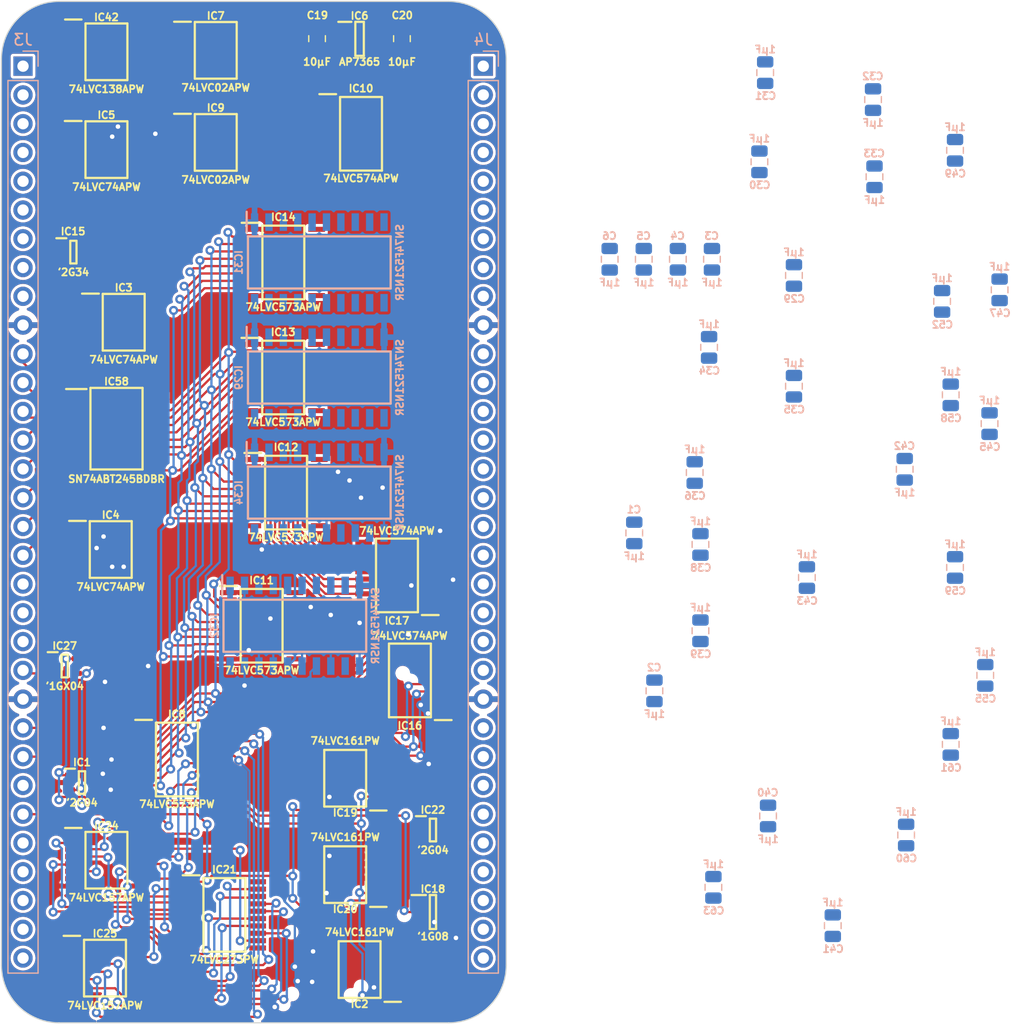
<source format=kicad_pcb>
(kicad_pcb (version 20221018) (generator pcbnew)
  (layers (0 "F.Cu" signal) (31 "B.Cu" signal) (34 "B.Paste" user) (36 "B.SilkS" user "B.Silkscreen") (37 "F.SilkS" user "F.Silkscreen") (38 "B.Mask" user) (39 "F.Mask" user) (44 "Edge.Cuts" user))
  (net 0 "")
  (net 1 "/Row Counter/5V")
  (net 2 "/Row Counter/GND")
  (net 3 "/Row Counter/3.3V")
  (net 5 "/Row Counter/R3")
  (net 6 "/Row Counter/R7")
  (net 7 "/Row Counter/R6")
  (net 8 "/Row Counter/R5")
  (net 9 "/Row Counter/R4")
  (net 10 "Net-(IC21-D0)")
  (net 11 "Net-(IC21-D1)")
  (net 12 "Net-(IC21-D2)")
  (net 13 "Net-(IC21-D3)")
  (net 14 "Net-(IC21-D4)")
  (net 15 "Net-(IC21-D5)")
  (net 16 "Net-(IC21-D6)")
  (net 17 "Net-(IC21-D7)")
  (net 18 "/Row Counter/Pixel CLK")
  (net 19 "/Row Counter/~{Pixel CLK} _{OUT}")
  (net 20 "/Row Counter/Pixel CLK _{OUT}")
  (net 21 "/Row Counter/~{Reset}")
  (net 22 "/Row Counter/~{Horizontal Blank}")
  (net 24 "/Row Counter/~{Front Porch Start} _{CMP}")
  (net 26 "/Row Counter/~{Sync Start} _{CMP}")
  (net 27 "/Row Counter/~{Back Porch Start} _{CMP}")
  (net 28 "/Row Counter/RPS0")
  (net 29 "/Row Counter/RPS1")
  (net 30 "/Row Counter/RPS2")
  (net 31 "/Row Counter/RPS3")
  (net 32 "/Row Counter/RPS4")
  (net 33 "/Row Counter/RPS5")
  (net 34 "/Row Counter/RPS6")
  (net 35 "/Row Counter/RPS7")
  (net 37 "/Row Counter/First Pixel")
  (net 38 "/Row Counter/~{Back Porch End} _{CMP}")
  (net 39 "/Row Counter/~{Y1}")
  (net 41 "/Row Counter/D3")
  (net 42 "/Row Counter/D2")
  (net 43 "/Row Counter/D1")
  (net 44 "/Row Counter/D0")
  (net 45 "/Row Counter/D7")
  (net 46 "/Row Counter/D6")
  (net 47 "/Row Counter/D5")
  (net 48 "/Row Counter/D4")
  (net 49 "/Row Counter/Front Porch Start D0")
  (net 50 "/Row Counter/Front Porch Start D1")
  (net 51 "/Row Counter/Front Porch Start D2")
  (net 52 "/Row Counter/Front Porch Start D3")
  (net 53 "/Row Counter/Front Porch Start D4")
  (net 54 "/Row Counter/Front Porch Start D5")
  (net 55 "/Row Counter/Front Porch Start D6")
  (net 56 "/Row Counter/Front Porch Start D7")
  (net 57 "/Row Counter/Sync Start D0")
  (net 58 "/Row Counter/Sync Start D1")
  (net 59 "/Row Counter/Sync Start D2")
  (net 60 "/Row Counter/Sync Start D3")
  (net 61 "/Row Counter/Sync Start D4")
  (net 62 "/Row Counter/Sync Start D5")
  (net 63 "/Row Counter/Sync Start D6")
  (net 64 "/Row Counter/Sync Start D7")
  (net 65 "/Row Counter/Back Porch Start D0")
  (net 66 "/Row Counter/Back Porch Start D1")
  (net 67 "/Row Counter/Back Porch Start D2")
  (net 68 "/Row Counter/Back Porch Start D3")
  (net 69 "/Row Counter/Back Porch Start D4")
  (net 70 "/Row Counter/Back Porch Start D5")
  (net 71 "/Row Counter/Back Porch Start D6")
  (net 72 "/Row Counter/Back Porch Start D7")
  (net 73 "/Row Counter/Back Porch End D0")
  (net 74 "/Row Counter/Back Porch End D1")
  (net 75 "/Row Counter/Back Porch End D2")
  (net 76 "/Row Counter/Back Porch End D3")
  (net 77 "/Row Counter/Back Porch End D4")
  (net 78 "/Row Counter/Back Porch End D5")
  (net 79 "/Row Counter/Back Porch End D6")
  (net 80 "/Row Counter/Back Porch End D7")
  (net 81 "/Row Counter/~{Back Porch End}")
  (net 82 "/Row Counter/Horizontal Blank")
  (net 83 "/Row Counter/~{Front Porch Start}")
  (net 84 "/Row Counter/~{Back Porch Start}")
  (net 85 "/Row Counter/~{Sync Start}")
  (net 87 "/Row Counter/Horizontal Sync")
  (net 88 "/Row Counter/~{Horizontal Sync}")
  (net 89 "/Row Counter/A0")
  (net 90 "/Row Counter/A1")
  (net 91 "/Row Counter/A2")
  (net 92 "/Row Counter/~{WD}")
  (net 93 "/Row Counter/Advance Pixel")
  (net 94 "/Row Counter/R8")
  (net 95 "/Row Counter/R9")
  (net 96 "/Row Counter/R10")
  (net 97 "/Row Counter/~{Horizontal Blank} _{OUT}")
  (net 98 "/Row Counter/First Pixel _{OUT}")
  (net 99 "/Row Counter/~{Pixel CLK}")
  (net 101 "/Row Counter/RSS1")
  (net 102 "/Row Counter/RSS2")
  (net 103 "/Row Counter/RSS3")
  (net 104 "/Row Counter/RSS4")
  (net 105 "/Row Counter/RSS5")
  (net 106 "/Row Counter/RSS6")
  (net 107 "/Row Counter/RSS7")
  (net 108 "/Row Counter/R11")
  (net 125 "/Row Counter/Horizontal Blank _{OUT}")
  (net 127 "/Row Counter/Advance Pixel _{OUT}")
  (net 128 "/Row Counter/Horizontal Sync _{OUT}")
  (net 129 "/Row Counter/~{Horizontal Sync} _{OUT}")
  (net 131 "/Row Counter/Pixel CLK _{IN}")
  (net 136 "/Row Counter/Advance Row")
  (net 139 "/Row Counter/Advance Row _{OUT}")
  (net 140 "/Row Counter/TC_{0123}")
  (net 141 "/Row Counter/TC_{4567}")
  (net 142 "/Row Counter/Write Shift Pattern ~{CS}")
  (net 143 "/Row Counter/~{WD}_{IN}")
  (net 144 "/Row Counter/Write Shift Pattern")
  (net 145 "/Row Counter/Write Front Porch Start")
  (net 146 "/Row Counter/Write Front Porch Start ~{CS}")
  (net 147 "/Row Counter/Write Sync Start")
  (net 148 "/Row Counter/Write Sync Start ~{CS}")
  (net 149 "/Row Counter/Write Back Porch Start ~{CS}")
  (net 150 "/Row Counter/Write Back Porch Start")
  (net 151 "/Row Counter/Write Back Porch End ~{CS}")
  (net 152 "/Row Counter/Write Back Porch End")
  (net 153 "/Row Counter/Read Row Position Low")
  (net 154 "/Row Counter/Read Row Position Low ~{CS}")
  (net 155 "/Row Counter/~{RD}")
  (net 156 "/Row Counter/Read Row Position High")
  (net 157 "/Row Counter/Read Row Position High ~{CS}")
  (net 158 "/Row Counter/~{RD}_{IN}")
  (net 159 "/Row Counter/~{RRPL}")
  (net 160 "/Row Counter/R0")
  (net 161 "/Row Counter/R1")
  (net 162 "/Row Counter/R2")
  (net 163 "Net-(IC16-CP)")
  (net 164 "/Row Counter/~{RRPH}")
  (net 165 "/Row Counter/Device ~{CS}")
  (net 168 "/Row Counter/D7_{IN{slash}OUT}")
  (net 169 "/Row Counter/D6_{IN{slash}OUT}")
  (net 170 "/Row Counter/D5_{IN{slash}OUT}")
  (net 171 "/Row Counter/D4_{IN{slash}OUT}")
  (net 172 "/Row Counter/D3_{IN{slash}OUT}")
  (net 173 "/Row Counter/D2_{IN{slash}OUT}")
  (net 174 "/Row Counter/D1_{IN{slash}OUT}")
  (net 175 "/Row Counter/D0_{IN{slash}OUT}")
  (footprint "SamacSys_Parts:SOP65P210X110-6N" (layer "F.Cu") (at 153.035 133.477)
    (fp_text reference "IC22")
    (fp_text value "74LVC2G04GW-Q100H" hide)
  )
  (footprint "SamacSys_Parts:SOP65P640X110-14N" (layer "F.Cu") (at 133.858 72.771)
    (fp_text reference "IC9")
    (fp_text value "74LVC02APW,118" hide)
  )
  (footprint "SamacSys_Parts:SOT95P275X110-5N" (layer "F.Cu") (at 153.035 140.716)
    (fp_text reference "IC18")
    (fp_text value "74LVC1G08GV,125" hide)
  )
  (footprint "SamacSys_Parts:SOP65P640X110-20N" (layer "F.Cu") (at 146.685 72.009)
    (fp_text reference "IC10")
    (fp_text value "74LVC574APW,118" hide)
  )
  (footprint "SamacSys_Parts:SOP65P640X110-16N" (layer "F.Cu") (at 124.079 145.669)
    (fp_text reference "IC25")
    (fp_text value "74LVC157APW,118" hide)
  )
  (footprint "SamacSys_Parts:SOT95P285X130-5N" (layer "F.Cu") (at 146.558 63.627)
    (fp_text reference "IC6")
    (fp_text value "AP7365-33WG-7" hide)
  )
  (footprint "SamacSys_Parts:SOP65P640X110-20N" (layer "F.Cu") (at 151.003 120.269 180)
    (fp_text reference "IC16")
    (fp_text value "74LVC574APW,118" hide)
  )
  (footprint "SamacSys_Parts:C_0805" (layer "F.Cu") (at 150.298 63.627)
    (fp_text reference "C20")
    (fp_text value "10µF")
  )
  (footprint "SamacSys_Parts:SOP65P640X110-20N" (layer "F.Cu") (at 130.429 127.254)
    (fp_text reference "IC8")
    (fp_text value "74LVC573APW,118" hide)
  )
  (footprint "SamacSys_Parts:SOP65P640X110-16N" (layer "F.Cu") (at 145.288 137.414 180)
    (fp_text reference "IC20")
    (fp_text value "74LVC161PW,112" hide)
  )
  (footprint "SamacSys_Parts:SOP65P640X110-20N" (layer "F.Cu") (at 139.81 93.528)
    (fp_text reference "IC13")
    (fp_text value "74LVC573APW,118" hide)
  )
  (footprint "SamacSys_Parts:SOP65P640X110-20N" (layer "F.Cu") (at 137.905 115.443)
    (fp_text reference "IC11")
    (fp_text value "74LVC573APW,118" hide)
  )
  (footprint "SamacSys_Parts:SOP65P640X110-14N" (layer "F.Cu") (at 124.206 73.406)
    (fp_text reference "IC5")
    (fp_text value "74LVC74APW,118" hide)
  )
  (footprint "SamacSys_Parts:SOP65P210X110-6N" (layer "F.Cu") (at 120.523 118.999)
    (fp_text reference "IC27")
    (fp_text value "74LVC1GX04GW,125" hide)
  )
  (footprint "SamacSys_Parts:74LVC2G34GW125" (layer "F.Cu") (at 121.285 82.423)
    (fp_text reference "IC15")
    (fp_text value "74LVC2G34GW,125" hide)
  )
  (footprint "SamacSys_Parts:SOP65P640X110-16N" (layer "F.Cu") (at 146.558 145.796 180)
    (fp_text reference "IC2")
    (fp_text value "74LVC161PW,112" hide)
  )
  (footprint "SamacSys_Parts:SOP65P640X110-20N" (layer "F.Cu") (at 134.62 140.97)
    (fp_text reference "IC21")
    (fp_text value "74LVC273PW,118" hide)
  )
  (footprint "SamacSys_Parts:SOP65P640X110-14N" (layer "F.Cu") (at 124.587 108.712)
    (fp_text reference "IC4")
    (fp_text value "74LVC74APW,118" hide)
  )
  (footprint "SamacSys_Parts:SOP65P780X200-20N" (layer "F.Cu") (at 125.095 98.044)
    (fp_text reference "IC58")
    (fp_text value "SN74ABT245BDBR")
  )
  (footprint "SamacSys_Parts:SOP65P640X110-14N" (layer "F.Cu") (at 133.858 64.643)
    (fp_text reference "IC7")
    (fp_text value "74LVC02APW,118" hide)
  )
  (footprint "SamacSys_Parts:SOP65P210X110-6N" (layer "F.Cu") (at 122.047 129.286)
    (fp_text reference "IC1")
    (fp_text value "74LVC2G04GW-Q100H" hide)
  )
  (footprint "SamacSys_Parts:SOP65P640X110-20N" (layer "F.Cu") (at 140.064 103.688)
    (fp_text reference "IC12")
    (fp_text value "74LVC573APW,118" hide)
  )
  (footprint "SamacSys_Parts:SOP65P640X110-16N" (layer "F.Cu") (at 145.288 128.905 180)
    (fp_text reference "IC19")
    (fp_text value "74LVC161PW,112" hide)
  )
  (footprint "SamacSys_Parts:SOP65P640X110-20N" (layer "F.Cu") (at 149.86 110.998 180)
    (fp_text reference "IC17")
    (fp_text value "74LVC574APW,118" hide)
  )
  (footprint "SamacSys_Parts:SOP65P640X110-14N" (layer "F.Cu") (at 125.73 88.646)
    (fp_text reference "IC3")
    (fp_text value "74LVC74APW,118" hide)
  )
  (footprint "SamacSys_Parts:SOP65P640X110-16N" (layer "F.Cu") (at 124.206 136.144)
    (fp_text reference "IC24")
    (fp_text value "74LVC157APW,118" hide)
  )
  (footprint "SamacSys_Parts:C_0805" (layer "F.Cu") (at 142.805 63.627)
    (fp_text reference "C19")
    (fp_text value "10µF")
  )
  (footprint "SamacSys_Parts:SOP65P640X110-16N" (layer "F.Cu") (at 124.206 64.77)
    (fp_text reference "IC42")
    (fp_text value "74LVC138APW-Q100J" hide)
  )
  (footprint "SamacSys_Parts:SOP65P640X110-20N" (layer "F.Cu") (at 139.827 83.368)
    (fp_text reference "IC14")
    (fp_text value "74LVC573APW,118" hide)
  )
  (footprint "SamacSys_Parts:C_0805" (layer "B.Cu") (at 168.643 83.103 180)
    (fp_text reference "C6")
    (fp_text value "1μF")
  )
  (footprint "SamacSys_Parts:C_0805" (layer "B.Cu") (at 172.593 121.203 180)
    (fp_text reference "C2")
    (fp_text value "1μF")
  )
  (footprint "SamacSys_Parts:C_0805" (layer "B.Cu") (at 194.818 133.903)
    (fp_text reference "C60")
    (fp_text value "1μF")
  )
  (footprint "SamacSys_Parts:C_0805" (layer "B.Cu") (at 177.673 83.103 180)
    (fp_text reference "C3")
    (fp_text value "1μF")
  )
  (footprint "SamacSys_Parts:C_0805" (layer "B.Cu") (at 177.8 138.52)
    (fp_text reference "C63")
    (fp_text value "1μF")
  )
  (footprint "SamacSys_Parts:C_0805" (layer "B.Cu") (at 199.136 110.281)
    (fp_text reference "C59")
    (fp_text value "1μF")
  )
  (footprint "SamacSys_Parts:C_0805" (layer "B.Cu") (at 186.055 111.17)
    (fp_text reference "C43")
    (fp_text value "1μF")
  )
  (footprint "SamacSys_Parts:C_0805" (layer "B.Cu") (at 184.912 94.279)
    (fp_text reference "C35")
    (fp_text value "1μF")
  )
  (footprint "SamacSys_Parts:C_0805" (layer "B.Cu") (at 176.149 101.899)
    (fp_text reference "C36")
    (fp_text value "1μF")
  )
  (footprint "SamacSys_Parts:C_0805" (layer "B.Cu") (at 192.024 75.819 180)
    (fp_text reference "C33")
    (fp_text value "1μF")
  )
  (footprint "SamacSys_Parts:C_0805" (layer "B.Cu") (at 201.803 119.806)
    (fp_text reference "C55")
    (fp_text value "1μF")
  )
  (footprint "SamacSys_Parts:C_0805" (layer "B.Cu") (at 182.626 132.252 180)
    (fp_text reference "C40")
    (fp_text value "1μF")
  )
  (footprint "SamacSys_Parts:SOIC127P780X200-20N" (layer "B.Cu") (at 143.002 93.528 -90)
    (fp_text reference "IC29")
    (fp_text value "SN74F521NSR")
  )
  (footprint "SamacSys_Parts:C_0805" (layer "B.Cu") (at 202.184 97.581)
    (fp_text reference "C45")
    (fp_text value "1μF")
  )
  (footprint "SamacSys_Parts:C_0805" (layer "B.Cu") (at 197.993 86.786)
    (fp_text reference "C52")
    (fp_text value "1μF")
  )
  (footprint "Connector_PinHeader_2.54mm:PinHeader_1x32_P2.54mm_Vertical" (layer "B.Cu") (at 157.48 66.04 180)
    (fp_text reference "J4")
    (fp_text value "Conn_01x32_Pin")
  )
  (footprint "Connector_PinHeader_2.54mm:PinHeader_1x32_P2.54mm_Vertical" (layer "B.Cu") (at 116.84 66.04 180)
    (fp_text reference "J3")
    (fp_text value "Conn_01x32_Pin")
  )
  (footprint "SamacSys_Parts:SOIC127P780X200-20N" (layer "B.Cu") (at 143.002 103.688 -90)
    (fp_text reference "IC34")
    (fp_text value "SN74F521NSR")
  )
  (footprint "SamacSys_Parts:C_0805" (layer "B.Cu") (at 174.663 83.103 180)
    (fp_text reference "C4")
    (fp_text value "1μF")
  )
  (footprint "SamacSys_Parts:C_0805" (layer "B.Cu") (at 203.073 85.77)
    (fp_text reference "C47")
    (fp_text value "1μF")
  )
  (footprint "SamacSys_Parts:C_0805" (layer "B.Cu") (at 176.657 115.869)
    (fp_text reference "C39")
    (fp_text value "1μF")
  )
  (footprint "SamacSys_Parts:C_0805" (layer "B.Cu") (at 188.341 141.904)
    (fp_text reference "C41")
    (fp_text value "1μF")
  )
  (footprint "SamacSys_Parts:C_0805" (layer "B.Cu") (at 171.653 83.103 180)
    (fp_text reference "C5")
    (fp_text value "1μF")
  )
  (footprint "SamacSys_Parts:C_0805" (layer "B.Cu") (at 176.657 108.249)
    (fp_text reference "C38")
    (fp_text value "1μF")
  )
  (footprint "SamacSys_Parts:C_0805" (layer "B.Cu") (at 198.755 95.041)
    (fp_text reference "C58")
    (fp_text value "1μF")
  )
  (footprint "SamacSys_Parts:SOIC127P780X200-20N" (layer "B.Cu") (at 140.843 115.443 -90)
    (fp_text reference "IC32")
    (fp_text value "SN74F521NSR")
  )
  (footprint "SamacSys_Parts:C_0805" (layer "B.Cu") (at 199.136 73.451)
    (fp_text reference "C49")
    (fp_text value "1μF")
  )
  (footprint "SamacSys_Parts:C_0805" (layer "B.Cu") (at 181.864 74.467)
    (fp_text reference "C30")
    (fp_text value "1μF")
  )
  (footprint "SamacSys_Parts:C_0805" (layer "B.Cu") (at 191.897 69.006 180)
    (fp_text reference "C32")
    (fp_text value "1μF")
  )
  (footprint "SamacSys_Parts:SOIC127P780X200-20N" (layer "B.Cu") (at 143.002 83.368 -90)
    (fp_text reference "IC31")
    (fp_text value "SN74F521NSR")
  )
  (footprint "SamacSys_Parts:C_0805" (layer "B.Cu") (at 194.691 101.645 180)
    (fp_text reference "C42")
    (fp_text value "1μF")
  )
  (footprint "SamacSys_Parts:C_0805" (layer "B.Cu") (at 198.755 125.902)
    (fp_text reference "C61")
    (fp_text value "1μF")
  )
  (footprint "SamacSys_Parts:C_0805" (layer "B.Cu") (at 170.812 107.262 180)
    (fp_text reference "C1")
    (fp_text value "1μF")
  )
  (footprint "SamacSys_Parts:C_0805" (layer "B.Cu") (at 177.419 90.85)
    (fp_text reference "C34")
    (fp_text value "1μF")
  )
  (footprint "SamacSys_Parts:C_0805" (layer "B.Cu") (at 182.372 66.593)
    (fp_text reference "C31")
    (fp_text value "1μF")
  )
  (footprint "SamacSys_Parts:C_0805" (layer "B.Cu") (at 184.912 84.5)
    (fp_text reference "C29")
    (fp_text value "1μF")
  )
  (gr_line (start 154.432 150.495) (end 120.015 150.495) (stroke (width 0.1)) (layer "Edge.Cuts"))
  (gr_line (start 120.015 60.325) (end 154.432 60.325) (stroke (width 0.1)) (layer "Edge.Cuts"))
  (gr_line (start 159.512 145.415) (end 159.512 65.405) (stroke (width 0.1)) (layer "Edge.Cuts"))
  (gr_line (start 114.935 65.405) (end 114.935 145.415) (stroke (width 0.1)) (layer "Edge.Cuts"))
  (gr_arc (start 154.432 60.325) (mid 158.024102 61.812898) (end 159.512 65.405) (stroke (width 0.1)) (layer "Edge.Cuts"))
  (gr_arc (start 114.935 65.405) (mid 116.422898 61.812898) (end 120.015 60.325) (stroke (width 0.1)) (layer "Edge.Cuts"))
  (gr_arc (start 159.512 145.415) (mid 158.024102 149.007102) (end 154.432 150.495) (stroke (width 0.1)) (layer "Edge.Cuts"))
  (gr_arc (start 120.015 150.495) (mid 116.422898 149.007102) (end 114.935 145.415) (stroke (width 0.1)) (layer "Edge.Cuts"))
  (segment (start 122.427 108.712) (end 123.077 109.362) (width 0.2) (layer "F.Cu") (net 3))
  (segment (start 123.077 109.362) (end 127.525 109.362) (width 0.2) (layer "F.Cu") (net 3))
  (segment (start 121.649 108.712) (end 122.427 108.712) (width 0.2) (layer "F.Cu") (net 3))
  (segment (start 127.525 106.762) (end 121.649 106.762) (width 0.2) (layer "F.Cu") (net 3))
  (segment (start 127.525 107.412) (end 127.525 106.762) (width 0.2) (layer "F.Cu") (net 3))
  (segment (start 151.050827 120.594) (end 150.871898 120.772929) (width 0.2) (layer "F.Cu") (net 5))
  (segment (start 146.690945 124.905) (end 150.293996 124.905) (width 0.2) (layer "F.Cu") (net 5))
  (segment (start 143.665942 127.93) (end 146.690945 124.905) (width 0.2) (layer "F.Cu") (net 5))
  (segment (start 150.293996 124.905) (end 150.610996 125.222) (width 0.2) (layer "F.Cu") (net 5))
  (segment (start 142.363 127.93) (end 143.665942 127.93) (width 0.2) (layer "F.Cu") (net 5))
  (segment (start 153.941 120.594) (end 151.050827 120.594) (width 0.2) (layer "F.Cu") (net 5))
  (via (at 150.610996 125.222) (size 0.8) (drill 0.4) (layers "F.Cu" "B.Cu") (net 5))
  (via (at 150.871898 120.772929) (size 0.8) (drill 0.4) (layers "F.Cu" "B.Cu") (net 5))
  (segment (start 150.749 125.083996) (end 150.610996 125.222) (width 0.2) (layer "B.Cu") (net 5))
  (segment (start 150.871898 120.772929) (end 150.749 120.895827) (width 0.2) (layer "B.Cu") (net 5))
  (segment (start 150.749 120.895827) (end 150.749 125.083996) (width 0.2) (layer "B.Cu") (net 5))
  (segment (start 124.64184 139.345) (end 124.393642 139.096802) (width 0.2) (layer "F.Cu") (net 10))
  (segment (start 121.281 135.819) (end 124.261147 135.819) (width 0.2) (layer "F.Cu") (net 10))
  (segment (start 124.261147 135.819) (end 124.333427 135.89128) (width 0.2) (layer "F.Cu") (net 10))
  (segment (start 131.682 139.345) (end 124.64184 139.345) (width 0.2) (layer "F.Cu") (net 10))
  (via (at 124.393642 139.096802) (size 0.8) (drill 0.4) (layers "F.Cu" "B.Cu") (net 10))
  (via (at 124.333427 135.89128) (size 0.8) (drill 0.4) (layers "F.Cu" "B.Cu") (net 10))
  (segment (start 124.393642 139.096802) (end 124.393642 135.951495) (width 0.2) (layer "B.Cu") (net 10))
  (segment (start 124.393642 135.951495) (end 124.333427 135.89128) (width 0.2) (layer "B.Cu") (net 10))
  (segment (start 131.556001 139.869001) (end 124.175894 139.869001) (width 0.2) (layer "F.Cu") (net 11))
  (segment (start 122.075893 137.769) (end 121.281 137.769) (width 0.2) (layer "F.Cu") (net 11))
  (segment (start 131.682 139.995) (end 131.556001 139.869001) (width 0.2) (layer "F.Cu") (net 11))
  (segment (start 124.175894 139.869001) (end 122.075893 137.769) (width 0.2) (layer "F.Cu") (net 11))
  (segment (start 130.330314 141.945) (end 129.705314 141.32) (width 0.2) (layer "F.Cu") (net 12))
  (segment (start 131.682 141.945) (end 130.330314 141.945) (width 0.2) (layer "F.Cu") (net 12))
  (segment (start 127.131 138.419) (end 126.141584 138.419) (width 0.2) (layer "F.Cu") (net 12))
  (segment (start 129.705314 141.32) (end 126.026216 141.32) (width 0.2) (layer "F.Cu") (net 12))
  (segment (start 126.026216 141.32) (end 125.97723 141.368986) (width 0.2) (layer "F.Cu") (net 12))
  (segment (start 126.141584 138.419) (end 126.070053 138.490531) (width 0.2) (layer "F.Cu") (net 12))
  (via (at 125.97723 141.368986) (size 0.8) (drill 0.4) (layers "F.Cu" "B.Cu") (net 12))
  (via (at 126.070053 138.490531) (size 0.8) (drill 0.4) (layers "F.Cu" "B.Cu") (net 12))
  (segment (start 126.070053 138.490531) (end 126.070053 141.276163) (width 0.2) (layer "B.Cu") (net 12))
  (segment (start 126.070053 141.276163) (end 125.97723 141.368986) (width 0.2) (layer "B.Cu") (net 12))
  (segment (start 129.907616 142.595) (end 129.332616 142.02) (width 0.2) (layer "F.Cu") (net 13))
  (segment (start 127.131 136.469) (end 129.103 136.469) (width 0.2) (layer "F.Cu") (net 13))
  (segment (start 131.682 142.595) (end 129.907616 142.595) (width 0.2) (layer "F.Cu") (net 13))
  (segment (start 129.103 136.469) (end 129.286 136.652) (width 0.2) (layer "F.Cu") (net 13))
  (via (at 129.286 136.652) (size 0.8) (drill 0.4) (layers "F.Cu" "B.Cu") (net 13))
  (via (at 129.332616 142.02) (size 0.8) (drill 0.4) (layers "F.Cu" "B.Cu") (net 13))
  (segment (start 129.286 136.652) (end 129.332616 136.698616) (width 0.2) (layer "B.Cu") (net 13))
  (segment (start 129.332616 136.698616) (end 129.332616 142.02) (width 0.2) (layer "B.Cu") (net 13))
  (segment (start 136.482366 148.378634) (end 139.818125 148.378634) (width 0.2) (layer "F.Cu") (net 14))
  (segment (start 137.558 142.595) (end 140.081 142.595) (width 0.2) (layer "F.Cu") (net 14))
  (segment (start 125.184518 148.653468) (end 125.700051 149.169001) (width 0.2) (layer "F.Cu") (net 14))
  (segment (start 139.818125 148.378634) (end 139.867831 148.42834) (width 0.2) (layer "F.Cu") (net 14))
  (segment (start 121.21 145.288) (end 125.222004 145.288) (width 0.2) (layer "F.Cu") (net 14))
  (segment (start 121.154 145.344) (end 121.21 145.288) (width 0.2) (layer "F.Cu") (net 14))
  (segment (start 125.700051 149.169001) (end 135.691999 149.169001) (width 0.2) (layer "F.Cu") (net 14))
  (segment (start 135.691999 149.169001) (end 136.482366 148.378634) (width 0.2) (layer "F.Cu") (net 14))
  (via (at 125.222004 145.288) (size 0.8) (drill 0.4) (layers "F.Cu" "B.Cu") (net 14))
  (via (at 125.184518 148.653468) (size 0.8) (drill 0.4) (layers "F.Cu" "B.Cu") (net 14))
  (via (at 139.867831 148.42834) (size 0.8) (drill 0.4) (layers "F.Cu" "B.Cu") (net 14))
  (via (at 140.081 142.595) (size 0.8) (drill 0.4) (layers "F.Cu" "B.Cu") (net 14))
  (segment (start 140.1305 148.165671) (end 140.1305 142.6445) (width 0.2) (layer "B.Cu") (net 14))
  (segment (start 125.222004 148.615982) (end 125.184518 148.653468) (width 0.2) (layer "B.Cu") (net 14))
  (segment (start 139.867831 148.42834) (end 140.1305 148.165671) (width 0.2) (layer "B.Cu") (net 14))
  (segment (start 140.1305 142.6445) (end 140.081 142.595) (width 0.2) (layer "B.Cu") (net 14))
  (segment (start 125.222004 145.288) (end 125.222004 148.615982) (width 0.2) (layer "B.Cu") (net 14))
  (segment (start 134.232996 148.469004) (end 134.366 148.336) (width 0.2) (layer "F.Cu") (net 15))
  (segment (start 124.968 147.447) (end 125.990004 148.469004) (width 0.2) (layer "F.Cu") (net 15))
  (segment (start 122.079 147.294) (end 122.232 147.447) (width 0.2) (layer "F.Cu") (net 15))
  (segment (start 137.558 141.945) (end 134.596 141.945) (width 0.2) (layer "F.Cu") (net 15))
  (segment (start 122.232 147.447) (end 124.968 147.447) (width 0.2) (layer "F.Cu") (net 15))
  (segment (start 121.154 147.294) (end 122.079 147.294) (width 0.2) (layer "F.Cu") (net 15))
  (segment (start 125.990004 148.469004) (end 134.232996 148.469004) (width 0.2) (layer "F.Cu") (net 15))
  (segment (start 134.596 141.945) (end 134.428 142.113) (width 0.2) (layer "F.Cu") (net 15))
  (via (at 134.366 148.336) (size 0.8) (drill 0.4) (layers "F.Cu" "B.Cu") (net 15))
  (via (at 134.428 142.113) (size 0.8) (drill 0.4) (layers "F.Cu" "B.Cu") (net 15))
  (segment (start 134.428 142.113) (end 134.3645 142.1765) (width 0.2) (layer "B.Cu") (net 15))
  (segment (start 134.3645 142.1765) (end 134.3645 148.3345) (width 0.2) (layer "B.Cu") (net 15))
  (segment (start 134.3645 148.3345) (end 134.366 148.336) (width 0.2) (layer "B.Cu") (net 15))
  (segment (start 134.07605 147.636) (end 138.680271 147.636) (width 0.2) (layer "F.Cu") (net 16))
  (segment (start 127.004 147.944) (end 133.76805 147.944) (width 0.2) (layer "F.Cu") (net 16))
  (segment (start 133.76805 147.944) (end 134.07605 147.636) (width 0.2) (layer "F.Cu") (net 16))
  (segment (start 138.680271 147.636) (end 138.802066 147.514205) (width 0.2) (layer "F.Cu") (net 16))
  (segment (start 139.120815 139.995) (end 139.181844 139.933971) (width 0.2) (layer "F.Cu") (net 16))
  (segment (start 137.558 139.995) (end 139.120815 139.995) (width 0.2) (layer "F.Cu") (net 16))
  (via (at 139.181844 139.933971) (size 0.8) (drill 0.4) (layers "F.Cu" "B.Cu") (net 16))
  (via (at 138.802066 147.514205) (size 0.8) (drill 0.4) (layers "F.Cu" "B.Cu") (net 16))
  (segment (start 138.854 144.23805) (end 138.854 140.261815) (width 0.2) (layer "B.Cu") (net 16))
  (segment (start 139.233 144.61705) (end 138.854 144.23805) (width 0.2) (layer "B.Cu") (net 16))
  (segment (start 138.802066 147.514205) (end 139.233 147.083271) (width 0.2) (layer "B.Cu") (net 16))
  (segment (start 139.233 147.083271) (end 139.233 144.61705) (width 0.2) (layer "B.Cu") (net 16))
  (segment (start 138.854 140.261815) (end 139.181844 139.933971) (width 0.2) (layer "B.Cu") (net 16))
  (segment (start 137.558 139.345) (end 137.457 139.446) (width 0.2) (layer "F.Cu") (net 17))
  (segment (start 133.554221 145.994) (end 133.6645 146.104279) (width 0.2) (layer "F.Cu") (net 17))
  (segment (start 127.004 145.994) (end 133.554221 145.994) (width 0.2) (layer "F.Cu") (net 17))
  (segment (start 134.366 139.446) (end 134.239 139.319) (width 0.2) (layer "F.Cu") (net 17))
  (segment (start 137.457 139.446) (end 134.366 139.446) (width 0.2) (layer "F.Cu") (net 17))
  (via (at 133.6645 146.104279) (size 0.8) (drill 0.4) (layers "F.Cu" "B.Cu") (net 17))
  (via (at 134.239 139.319) (size 0.8) (drill 0.4) (layers "F.Cu" "B.Cu") (net 17))
  (segment (start 133.728 146.040779) (end 133.6645 146.104279) (width 0.2) (layer "B.Cu") (net 17))
  (segment (start 134.239 141.31205) (end 133.728 141.82305) (width 0.2) (layer "B.Cu") (net 17))
  (segment (start 134.239 139.319) (end 134.239 141.31205) (width 0.2) (layer "B.Cu") (net 17))
  (segment (start 133.728 141.82305) (end 133.728 146.040779) (width 0.2) (layer "B.Cu") (net 17))
  (segment (start 121.943592 129.80742) (end 121.815012 129.936) (width 0.2) (layer "F.Cu") (net 18))
  (segment (start 137.675314 132.907) (end 146.715586 132.907) (width 0.2) (layer "F.Cu") (net 18))
  (segment (start 122.818719 108.062) (end 123.338198 108.581479) (width 0.2) (layer "F.Cu") (net 18))
  (segment (start 146.597 139.039) (end 146.558 139) (width 0.2) (layer "F.Cu") (net 18))
  (segment (start 147.878012 147.421) (end 147.828 147.370988) (width 0.2) (layer "F.Cu") (net 18))
  (segment (start 146.746936 130.53) (end 146.696936 130.48) (width 0.2) (layer "F.Cu") (net 18))
  (segment (start 148.213 139.039) (end 146.597 139.039) (width 0.2) (layer "F.Cu") (net 18))
  (segment (start 121.585 119.649) (end 122.442822 119.649) (width 0.2) (layer "F.Cu") (net 18))
  (segment (start 121.649 108.062) (end 122.818719 108.062) (width 0.2) (layer "F.Cu") (net 18))
  (segment (start 123.468719 108.712) (end 123.338198 108.581479) (width 0.2) (layer "F.Cu") (net 18))
  (segment (start 122.442822 119.649) (end 122.444066 119.650244) (width 0.2) (layer "F.Cu") (net 18))
  (segment (start 148.213 130.53) (end 146.746936 130.53) (width 0.2) (layer "F.Cu") (net 18))
  (segment (start 121.815012 129.936) (end 120.985 129.936) (width 0.2) (layer "F.Cu") (net 18))
  (segment (start 136.086314 131.318) (end 137.675314 132.907) (width 0.2) (layer "F.Cu") (net 18))
  (segment (start 127.525 108.712) (end 123.468719 108.712) (width 0.2) (layer "F.Cu") (net 18))
  (segment (start 122.047 131.318) (end 136.086314 131.318) (width 0.2) (layer "F.Cu") (net 18))
  (segment (start 149.483 147.421) (end 147.878012 147.421) (width 0.2) (layer "F.Cu") (net 18))
  (via (at 146.558 139) (size 0.8) (drill 0.4) (layers "F.Cu" "B.Cu") (net 18))
  (via (at 146.715586 132.907) (size 0.8) (drill 0.4) (layers "F.Cu" "B.Cu") (net 18))
  (via (at 146.696936 130.48) (size 0.8) (drill 0.4) (layers "F.Cu" "B.Cu") (net 18))
  (via (at 122.047 131.318) (size 0.8) (drill 0.4) (layers "F.Cu" "B.Cu") (net 18))
  (via (at 122.444066 119.650244) (size 0.8) (drill 0.4) (layers "F.Cu" "B.Cu") (net 18))
  (via (at 147.828 147.370988) (size 0.8) (drill 0.4) (layers "F.Cu" "B.Cu") (net 18))
  (via (at 121.943592 129.80742) (size 0.8) (drill 0.4) (layers "F.Cu" "B.Cu") (net 18))
  (via (at 123.338198 108.581479) (size 0.8) (drill 0.4) (layers "F.Cu" "B.Cu") (net 18))
  (segment (start 122.047 131.318) (end 122.047 129.910828) (width 0.2) (layer "B.Cu") (net 18))
  (segment (start 122.047 129.910828) (end 121.943592 129.80742) (width 0.2) (layer "B.Cu") (net 18))
  (segment (start 122.444066 119.650244) (end 122.047 120.04731) (width 0.2) (layer "B.Cu") (net 18))
  (segment (start 146.696936 130.48) (end 146.696936 132.88835) (width 0.2) (layer "B.Cu") (net 18))
  (segment (start 146.685 138.873) (end 146.685 132.937586) (width 0.2) (layer "B.Cu") (net 18))
  (segment (start 123.444 108.687281) (end 123.338198 108.581479) (width 0.2) (layer "B.Cu") (net 18))
  (segment (start 123.444 118.65031) (end 123.444 108.687281) (width 0.2) (layer "B.Cu") (net 18))
  (segment (start 146.558 139) (end 146.558 143.579314) (width 0.2) (layer "B.Cu") (net 18))
  (segment (start 122.047 120.04731) (end 122.047 129.704012) (width 0.2) (layer "B.Cu") (net 18))
  (segment (start 147.828 144.849314) (end 147.828 147.370988) (width 0.2) (layer "B.Cu") (net 18))
  (segment (start 146.558 139) (end 146.685 138.873) (width 0.2) (layer "B.Cu") (net 18))
  (segment (start 146.685 132.937586) (end 146.715586 132.907) (width 0.2) (layer "B.Cu") (net 18))
  (segment (start 146.696936 132.88835) (end 146.715586 132.907) (width 0.2) (layer "B.Cu") (net 18))
  (segment (start 122.444066 119.650244) (end 123.444 118.65031) (width 0.2) (layer "B.Cu") (net 18))
  (segment (start 122.047 129.704012) (end 121.943592 129.80742) (width 0.2) (layer "B.Cu") (net 18))
  (segment (start 146.558 143.579314) (end 147.828 144.849314) (width 0.2) (layer "B.Cu") (net 18))
  (segment (start 124.572 129.936) (end 124.587 129.921) (width 0.2) (layer "F.Cu") (net 19))
  (segment (start 124.398006 127) (end 124.652006 127.254) (width 0.2) (layer "F.Cu") (net 19))
  (segment (start 116.84 127) (end 124.398006 127) (width 0.2) (layer "F.Cu") (net 19))
  (segment (start 123.109 129.936) (end 124.572 129.936) (width 0.2) (layer "F.Cu") (net 19))
  (via (at 124.587 129.921) (size 0.8) (drill 0.4) (layers "F.Cu" "B.Cu") (net 19))
  (via (at 124.652006 127.254) (size 0.8) (drill 0.4) (layers "F.Cu" "B.Cu") (net 19))
  (segment (start 124.587 129.921) (end 124.587 127.319006) (width 0.2) (layer "B.Cu") (net 19))
  (segment (start 124.587 127.319006) (end 124.652006 127.254) (width 0.2) (layer "B.Cu") (net 19))
  (segment (start 123.761689 128.636) (end 123.887 128.510689) (width 0.2) (layer "F.Cu") (net 20))
  (segment (start 116.84 124.46) (end 123.952 124.46) (width 0.2) (layer "F.Cu") (net 20))
  (segment (start 123.109 128.636) (end 123.761689 128.636) (width 0.2) (layer "F.Cu") (net 20))
  (via (at 123.952 124.46) (size 0.8) (drill 0.4) (layers "F.Cu" "B.Cu") (net 20))
  (via (at 123.887 128.510689) (size 0.8) (drill 0.4) (layers "F.Cu" "B.Cu") (net 20))
  (segment (start 123.952 124.46) (end 123.952 128.445689) (width 0.2) (layer "B.Cu") (net 20))
  (segment (start 123.952 128.445689) (end 123.887 128.510689) (width 0.2) (layer "B.Cu") (net 20))
  (segment (start 145.796 139.954) (end 146.05 139.7) (width 0.2) (layer "F.Cu") (net 21))
  (segment (start 140.951002 131.705) (end 140.651 131.404998) (width 0.2) (layer "F.Cu") (net 21))
  (segment (start 140.63 137.52) (end 140.651 137.541) (width 0.2) (layer "F.Cu") (net 21))
  (segment (start 147.713 131.18) (end 147.188 131.705) (width 0.2) (layer "F.Cu") (net 21))
  (segment (start 132.207002 132.08) (end 133.096002 132.969) (width 0.2) (layer "F.Cu") (net 21))
  (segment (start 133.096004 137.922) (end 133.498004 137.52) (width 0.2) (layer "F.Cu") (net 21))
  (segment (start 141.358906 140.214) (end 140.651 139.506094) (width 0.2) (layer "F.Cu") (net 21))
  (segment (start 133.498004 137.52) (end 140.63 137.52) (width 0.2) (layer "F.Cu") (net 21))
  (segment (start 131.682 138.045) (end 132.973004 138.045) (width 0.2) (layer "F.Cu") (net 21))
  (segment (start 145.536 140.214) (end 141.358906 140.214) (width 0.2) (layer "F.Cu") (net 21))
  (segment (start 116.84 132.08) (end 132.207002 132.08) (width 0.2) (layer "F.Cu") (net 21))
  (segment (start 149.483 148.071) (end 146.812 148.071) (width 0.2) (layer "F.Cu") (net 21))
  (segment (start 146.05 139.7) (end 148.202 139.7) (width 0.2) (layer "F.Cu") (net 21))
  (segment (start 132.973004 138.045) (end 133.096004 137.922) (width 0.2) (layer "F.Cu") (net 21))
  (segment (start 145.796 139.954) (end 145.536 140.214) (width 0.2) (layer "F.Cu") (net 21))
  (segment (start 148.213 131.18) (end 147.713 131.18) (width 0.2) (layer "F.Cu") (net 21))
  (segment (start 148.202 139.7) (end 148.213 139.689) (width 0.2) (layer "F.Cu") (net 21))
  (segment (start 147.188 131.705) (end 140.951002 131.705) (width 0.2) (layer "F.Cu") (net 21))
  (via (at 140.651 139.506094) (size 0.8) (drill 0.4) (layers "F.Cu" "B.Cu") (net 21))
  (via (at 140.651 131.404998) (size 0.8) (drill 0.4) (layers "F.Cu" "B.Cu") (net 21))
  (via (at 145.796 139.954) (size 0.8) (drill 0.4) (layers "F.Cu" "B.Cu") (net 21))
  (via (at 133.096002 132.969) (size 0.8) (drill 0.4) (layers "F.Cu" "B.Cu") (net 21))
  (via (at 133.096004 137.922) (size 0.8) (drill 0.4) (layers "F.Cu" "B.Cu") (net 21))
  (via (at 146.812 148.071) (size 0.8) (drill 0.4) (layers "F.Cu" "B.Cu") (net 21))
  (via (at 140.651 137.541) (size 0.8) (drill 0.4) (layers "F.Cu" "B.Cu") (net 21))
  (segment (start 140.651 131.404998) (end 140.716 131.469998) (width 0.2) (layer "B.Cu") (net 21))
  (segment (start 140.716 137.476) (end 140.651 137.541) (width 0.2) (layer "B.Cu") (net 21))
  (segment (start 145.796 143.383) (end 146.812 144.399) (width 0.2) (layer "B.Cu") (net 21))
  (segment (start 140.651 137.541) (end 140.651 139.506094) (width 0.2) (layer "B.Cu") (net 21))
  (segment (start 133.096004 137.922) (end 133.096 137.921996) (width 0.2) (layer "B.Cu") (net 21))
  (segment (start 146.812 144.399) (end 146.812 148.071) (width 0.2) (layer "B.Cu") (net 21))
  (segment (start 145.796 139.954) (end 145.796 143.383) (width 0.2) (layer "B.Cu") (net 21))
  (segment (start 133.096 132.969002) (end 133.096002 132.969) (width 0.2) (layer "B.Cu") (net 21))
  (segment (start 133.096 137.921996) (end 133.096 132.969002) (width 0.2) (layer "B.Cu") (net 21))
  (segment (start 140.716 131.469998) (end 140.716 137.476) (width 0.2) (layer "B.Cu") (net 21))
  (segment (start 123.795 107.412) (end 123.952 107.569) (width 0.2) (layer "F.Cu") (net 27))
  (segment (start 121.649 107.412) (end 123.795 107.412) (width 0.2) (layer "F.Cu") (net 27))
  (segment (start 124.079 120.396) (end 136.07157 120.396) (width 0.2) (layer "F.Cu") (net 27))
  (segment (start 136.07157 120.396) (end 136.398 120.72243) (width 0.2) (layer "F.Cu") (net 27))
  (via (at 136.398 120.72243) (size 0.8) (drill 0.4) (layers "F.Cu" "B.Cu") (net 27))
  (via (at 123.952 107.569) (size 0.8) (drill 0.4) (layers "F.Cu" "B.Cu") (net 27))
  (via (at 124.079 120.396) (size 0.8) (drill 0.4) (layers "F.Cu" "B.Cu") (net 27))
  (segment (start 124.038198 107.655198) (end 124.038198 108.871429) (width 0.2) (layer "B.Cu") (net 27))
  (segment (start 123.952 107.569) (end 124.038198 107.655198) (width 0.2) (layer "B.Cu") (net 27))
  (segment (start 123.952 108.957627) (end 123.952 120.269) (width 0.2) (layer "B.Cu") (net 27))
  (segment (start 136.398 119.005) (end 136.398 120.72243) (width 0.2) (layer "B.Cu") (net 27))
  (segment (start 124.038198 108.871429) (end 123.952 108.957627) (width 0.2) (layer "B.Cu") (net 27))
  (segment (start 123.952 120.269) (end 124.079 120.396) (width 0.2) (layer "B.Cu") (net 27))
  (segment (start 121.281 135.169) (end 123.79066 135.169) (width 0.2) (layer "F.Cu") (net 28))
  (segment (start 132.03463 133.669) (end 131.897883 133.805747) (width 0.2) (layer "F.Cu") (net 28))
  (segment (start 129.412846 133.805747) (end 128.949099 133.342) (width 0.2) (layer "F.Cu") (net 28))
  (segment (start 124.288764 133.342) (end 124.181377 133.449387) (width 0.2) (layer "F.Cu") (net 28))
  (segment (start 131.81006 130.175) (end 131.699 130.175) (width 0.2) (layer "F.Cu") (net 28))
  (segment (start 123.79066 135.169) (end 124.017 134.94266) (width 0.2) (layer "F.Cu") (net 28))
  (segment (start 131.897883 133.805747) (end 129.412846 133.805747) (width 0.2) (layer "F.Cu") (net 28))
  (segment (start 128.949099 133.342) (end 124.288764 133.342) (width 0.2) (layer "F.Cu") (net 28))
  (segment (start 132.45606 129.529) (end 131.81006 130.175) (width 0.2) (layer "F.Cu") (net 28))
  (segment (start 133.367 129.529) (end 132.45606 129.529) (width 0.2) (layer "F.Cu") (net 28))
  (via (at 124.017 134.94266) (size 0.8) (drill 0.4) (layers "F.Cu" "B.Cu") (net 28))
  (via (at 131.699 130.175) (size 0.8) (drill 0.4) (layers "F.Cu" "B.Cu") (net 28))
  (via (at 124.181377 133.449387) (size 0.8) (drill 0.4) (layers "F.Cu" "B.Cu") (net 28))
  (via (at 132.03463 133.669) (size 0.8) (drill 0.4) (layers "F.Cu" "B.Cu") (net 28))
  (segment (start 132.03463 130.51063) (end 131.699 130.175) (width 0.2) (layer "B.Cu") (net 28))
  (segment (start 132.03463 133.669) (end 132.03463 130.51063) (width 0.2) (layer "B.Cu") (net 28))
  (segment (start 124.017 133.613764) (end 124.181377 133.449387) (width 0.2) (layer "B.Cu") (net 28))
  (segment (start 124.017 134.94266) (end 124.017 133.613764) (width 0.2) (layer "B.Cu") (net 28))
  (segment (start 129.185049 132.588) (end 123.63046 132.588) (width 0.2) (layer "F.Cu") (net 29))
  (segment (start 132.540374 128.879) (end 131.944374 129.475) (width 0.2) (layer "F.Cu") (net 29))
  (segment (start 133.367 128.879) (end 132.540374 128.879) (width 0.2) (layer "F.Cu") (net 29))
  (segment (start 121.281 137.119) (end 123.276 137.119) (width 0.2) (layer "F.Cu") (net 29))
  (segment (start 123.276 137.119) (end 123.317 137.16) (width 0.2) (layer "F.Cu") (net 29))
  (segment (start 130.450113 129.475) (end 129.856 130.069113) (width 0.2) (layer "F.Cu") (net 29))
  (segment (start 123.63046 132.588) (end 123.43846 132.78) (width 0.2) (layer "F.Cu") (net 29))
  (segment (start 129.702796 133.105747) (end 129.185049 132.588) (width 0.2) (layer "F.Cu") (net 29))
  (segment (start 131.944374 129.475) (end 130.450113 129.475) (width 0.2) (layer "F.Cu") (net 29))
  (via (at 123.43846 132.78) (size 0.8) (drill 0.4) (layers "F.Cu" "B.Cu") (net 29))
  (via (at 123.317 137.16) (size 0.8) (drill 0.4) (layers "F.Cu" "B.Cu") (net 29))
  (via (at 129.702796 133.105747) (size 0.8) (drill 0.4) (layers "F.Cu" "B.Cu") (net 29))
  (via (at 129.856 130.069113) (size 0.8) (drill 0.4) (layers "F.Cu" "B.Cu") (net 29))
  (segment (start 123.317 132.90146) (end 123.43846 132.78) (width 0.2) (layer "B.Cu") (net 29))
  (segment (start 129.856 130.069113) (end 129.856 132.952543) (width 0.2) (layer "B.Cu") (net 29))
  (segment (start 123.317 137.16) (end 123.317 132.90146) (width 0.2) (layer "B.Cu") (net 29))
  (segment (start 129.856 132.952543) (end 129.702796 133.105747) (width 0.2) (layer "B.Cu") (net 29))
  (segment (start 132.200424 128.229) (end 131.770096 128.659328) (width 0.2) (layer "F.Cu") (net 30))
  (segment (start 130.455 137.769) (end 127.131 137.769) (width 0.2) (layer "F.Cu") (net 30))
  (segment (start 131.445 136.779) (end 130.455 137.769) (width 0.2) (layer "F.Cu") (net 30))
  (segment (start 133.367 128.229) (end 132.200424 128.229) (width 0.2) (layer "F.Cu") (net 30))
  (via (at 131.770096 128.659328) (size 0.8) (drill 0.4) (layers "F.Cu" "B.Cu") (net 30))
  (via (at 131.445 136.779) (size 0.8) (drill 0.4) (layers "F.Cu" "B.Cu") (net 30))
  (segment (start 130.999 129.430424) (end 131.770096 128.659328) (width 0.2) (layer "B.Cu") (net 30))
  (segment (start 131.33463 136.66863) (end 131.33463 131.18158) (width 0.2) (layer "B.Cu") (net 30))
  (segment (start 131.445 136.779) (end 131.33463 136.66863) (width 0.2) (layer "B.Cu") (net 30))
  (segment (start 131.33463 131.18158) (end 130.999 130.84595) (width 0.2) (layer "B.Cu") (net 30))
  (segment (start 130.999 130.84595) (end 130.999 129.430424) (width 0.2) (layer "B.Cu") (net 30))
  (segment (start 130.541889 135.819) (end 130.588066 135.865177) (width 0.2) (layer "F.Cu") (net 31))
  (segment (start 127.131 135.819) (end 130.541889 135.819) (width 0.2) (layer "F.Cu") (net 31))
  (segment (start 133.367 127.579) (end 131.247 127.579) (width 0.2) (layer "F.Cu") (net 31))
  (segment (start 131.247 127.579) (end 131.191 127.635) (width 0.2) (layer "F.Cu") (net 31))
  (via (at 130.588066 135.865177) (size 0.8) (drill 0.4) (layers "F.Cu" "B.Cu") (net 31))
  (via (at 131.191 127.635) (size 0.8) (drill 0.4) (layers "F.Cu" "B.Cu") (net 31))
  (segment (start 130.556 135.833111) (end 130.588066 135.865177) (width 0.2) (layer "B.Cu") (net 31))
  (segment (start 131.191 127.635) (end 130.556 128.27) (width 0.2) (layer "B.Cu") (net 31))
  (segment (start 130.556 128.27) (end 130.556 135.833111) (width 0.2) (layer "B.Cu") (net 31))
  (segment (start 135.89 144.653) (end 135.723 144.82) (width 0.2) (layer "F.Cu") (net 32))
  (segment (start 123.653 143.12) (end 122.079 144.694) (width 0.2) (layer "F.Cu") (net 32))
  (segment (start 125.979 142.869) (end 125.728 143.12) (width 0.2) (layer "F.Cu") (net 32))
  (segment (start 122.079 144.694) (end 121.154 144.694) (width 0.2) (layer "F.Cu") (net 32))
  (segment (start 129.98 144.82) (end 128.029 142.869) (width 0.2) (layer "F.Cu") (net 32))
  (segment (start 125.728 143.12) (end 123.653 143.12) (width 0.2) (layer "F.Cu") (net 32))
  (segment (start 133.367 126.929) (end 135.488332 126.929) (width 0.2) (layer "F.Cu") (net 32))
  (segment (start 128.029 142.869) (end 125.979 142.869) (width 0.2) (layer "F.Cu") (net 32))
  (segment (start 135.488332 126.929) (end 135.884661 127.325329) (width 0.2) (layer "F.Cu") (net 32))
  (segment (start 135.723 144.82) (end 129.98 144.82) (width 0.2) (layer "F.Cu") (net 32))
  (via (at 135.884661 127.325329) (size 0.8) (drill 0.4) (layers "F.Cu" "B.Cu") (net 32))
  (via (at 135.89 144.653) (size 0.8) (drill 0.4) (layers "F.Cu" "B.Cu") (net 32))
  (segment (start 135.89 144.653) (end 136.83 143.713) (width 0.2) (layer "B.Cu") (net 32))
  (segment (start 136.83 128.270668) (end 135.884661 127.325329) (width 0.2) (layer "B.Cu") (net 32))
  (segment (start 136.83 143.713) (end 136.83 128.270668) (width 0.2) (layer "B.Cu") (net 32))
  (segment (start 136.218983 126.279) (end 136.421844 126.481861) (width 0.2) (layer "F.Cu") (net 33))
  (segment (start 121.154 146.644) (end 123.27599 146.644) (width 0.2) (layer "F.Cu") (net 33))
  (segment (start 137.304998 149.969002) (end 137.541 149.733) (width 0.2) (layer "F.Cu") (net 33))
  (segment (start 123.680002 149.969002) (end 137.304998 149.969002) (width 0.2) (layer "F.Cu") (net 33))
  (segment (start 123.317 149.606) (end 123.680002 149.969002) (width 0.2) (layer "F.Cu") (net 33))
  (segment (start 123.27599 146.644) (end 123.37899 146.747) (width 0.2) (layer "F.Cu") (net 33))
  (segment (start 133.367 126.279) (end 136.218983 126.279) (width 0.2) (layer "F.Cu") (net 33))
  (via (at 137.541 149.733) (size 0.8) (drill 0.4) (layers "F.Cu" "B.Cu") (net 33))
  (via (at 123.37899 146.747) (size 0.8) (drill 0.4) (layers "F.Cu" "B.Cu") (net 33))
  (via (at 136.421844 126.481861) (size 0.8) (drill 0.4) (layers "F.Cu" "B.Cu") (net 33))
  (via (at 123.317 149.606) (size 0.8) (drill 0.4) (layers "F.Cu" "B.Cu") (net 33))
  (segment (start 123.37899 149.54401) (end 123.317 149.606) (width 0.2) (layer "B.Cu") (net 33))
  (segment (start 137.23 149.422) (end 137.23 127.290017) (width 0.2) (layer "B.Cu") (net 33))
  (segment (start 123.37899 146.747) (end 123.37899 149.54401) (width 0.2) (layer "B.Cu") (net 33))
  (segment (start 137.541 149.733) (end 137.23 149.422) (width 0.2) (layer "B.Cu") (net 33))
  (segment (start 137.23 127.290017) (end 136.421844 126.481861) (width 0.2) (layer "B.Cu") (net 33))
  (segment (start 127.062 147.236) (end 137.667999 147.236) (width 0.2) (layer "F.Cu") (net 34))
  (segment (start 137.667999 147.236) (end 138.133 146.770999) (width 0.2) (layer "F.Cu") (net 34))
  (segment (start 136.970971 125.629) (end 137.21563 125.873659) (width 0.2) (layer "F.Cu") (net 34))
  (segment (start 133.367 125.629) (end 136.970971 125.629) (width 0.2) (layer "F.Cu") (net 34))
  (segment (start 127.004 147.294) (end 127.062 147.236) (width 0.2) (layer "F.Cu") (net 34))
  (via (at 138.133 146.770999) (size 0.8) (drill 0.4) (layers "F.Cu" "B.Cu") (net 34))
  (via (at 137.21563 125.873659) (size 0.8) (drill 0.4) (layers "F.Cu" "B.Cu") (net 34))
  (segment (start 138.133 146.770999) (end 137.63 146.267999) (width 0.2) (layer "B.Cu") (net 34))
  (segment (start 137.63 126.288029) (end 137.21563 125.873659) (width 0.2) (layer "B.Cu") (net 34))
  (segment (start 137.63 146.267999) (end 137.63 126.288029) (width 0.2) (layer "B.Cu") (net 34))
  (segment (start 138.037797 145.402203) (end 138.533 144.907) (width 0.2) (layer "F.Cu") (net 35))
  (segment (start 127.062203 145.402203) (end 138.037797 145.402203) (width 0.2) (layer "F.Cu") (net 35))
  (segment (start 127.004 145.344) (end 127.062203 145.402203) (width 0.2) (layer "F.Cu") (net 35))
  (segment (start 133.367 124.979) (end 137.692913 124.979) (width 0.2) (layer "F.Cu") (net 35))
  (segment (start 137.692913 124.979) (end 137.73 125.016087) (width 0.2) (layer "F.Cu") (net 35))
  (via (at 137.73 125.016087) (size 0.8) (drill 0.4) (layers "F.Cu" "B.Cu") (net 35))
  (via (at 138.533 144.907) (size 0.8) (drill 0.4) (layers "F.Cu" "B.Cu") (net 35))
  (segment (start 138.03 125.316087) (end 137.73 125.016087) (width 0.2) (layer "B.Cu") (net 35))
  (segment (start 138.03 144.404) (end 138.03 125.316087) (width 0.2) (layer "B.Cu") (net 35))
  (segment (start 138.533 144.907) (end 138.03 144.404) (width 0.2) (layer "B.Cu") (net 35))
  (segment (start 137.922 108.712) (end 137.272 108.062) (width 0.2) (layer "F.Cu") (net 38))
  (segment (start 137.272 108.062) (end 127.525 108.062) (width 0.2) (layer "F.Cu") (net 38))
  (via (at 137.922 108.712) (size 0.8) (drill 0.4) (layers "F.Cu" "B.Cu") (net 38))
  (segment (start 138.557 107.25) (end 138.557 108.077) (width 0.2) (layer "B.Cu") (net 38))
  (segment (start 138.557 108.077) (end 137.922 108.712) (width 0.2) (layer "B.Cu") (net 38))
  (segment (start 139.497 105.322372) (end 139.497 107.446942) (width 0.2) (layer "F.Cu") (net 41))
  (segment (start 146.922 111.323) (end 143.373058 111.323) (width 0.2) (layer "F.Cu") (net 41))
  (segment (start 130.724008 99.019) (end 132.176004 97.567004) (width 0.2) (layer "F.Cu") (net 41))
  (segment (start 139.497 107.446942) (end 141.849058 109.799) (width 0.2) (layer "F.Cu") (net 41))
  (segment (start 128.634893 127.579) (end 130.864893 125.349) (width 0.2) (layer "F.Cu") (net 41))
  (segment (start 136.889 83.693) (end 132.942952 83.693) (width 0.2) (layer "F.Cu") (net 41))
  (segment (start 133.141768 96.693583) (end 133.049425 96.693583) (width 0.2) (layer "F.Cu") (net 41))
  (segment (start 133.049425 96.693583) (end 132.176004 97.567004) (width 0.2) (layer "F.Cu") (net 41))
  (segment (start 131.888003 83.885001) (end 131.572 84.201004) (width 0.2) (layer "F.Cu") (net 41))
  (segment (start 130.864893 125.349) (end 131.214457 125.349) (width 0.2) (layer "F.Cu") (net 41))
  (segment (start 138.187628 104.013) (end 139.497 105.322372) (width 0.2) (layer "F.Cu") (net 41))
  (segment (start 136.872 93.853) (end 135.982351 93.853) (width 0.2) (layer "F.Cu") (net 41))
  (segment (start 143.373058 111.323) (end 141.849058 109.799) (width 0.2) (layer "F.Cu") (net 41))
  (segment (start 132.942952 83.693) (end 132.750951 83.885001) (width 0.2) (layer "F.Cu") (net 41))
  (segment (start 132.777 104.013) (end 132.015 103.251) (width 0.2) (layer "F.Cu") (net 41))
  (segment (start 131.270079 115.768) (end 131.129611 115.627532) (width 0.2) (layer "F.Cu") (net 41))
  (segment (start 132.750951 83.885001) (end 131.888003 83.885001) (width 0.2) (layer "F.Cu") (net 41))
  (segment (start 135.982351 93.853) (end 133.141768 96.693583) (width 0.2) (layer "F.Cu") (net 41))
  (segment (start 137.126 104.013) (end 138.187628 104.013) (width 0.2) (layer "F.Cu") (net 41))
  (segment (start 128.645 99.019) (end 130.724008 99.019) (width 0.2) (layer "F.Cu") (net 41))
  (segment (start 127.491 127.579) (end 128.634893 127.579) (width 0.2) (layer "F.Cu") (net 41))
  (segment (start 134.967 115.768) (end 131.270079 115.768) (width 0.2) (layer "F.Cu") (net 41))
  (segment (start 137.126 104.013) (end 132.777 104.013) (width 0.2) (layer "F.Cu") (net 41))
  (via (at 132.176004 97.567004) (size 0.8) (drill 0.4) (layers "F.Cu" "B.Cu") (net 41))
  (via (at 132.015 103.251) (size 0.8) (drill 0.4) (layers "F.Cu" "B.Cu") (net 41))
  (via (at 131.572 84.201004) (size 0.8) (drill 0.4) (layers "F.Cu" "B.Cu") (net 41))
  (via (at 131.129611 115.627532) (size 0.8) (drill 0.4) (layers "F.Cu" "B.Cu") (net 41))
  (via (at 131.214457 125.349) (size 0.8) (drill 0.4) (layers "F.Cu" "B.Cu") (net 41))
  (segment (start 131.061 115.558921) (end 131.129611 115.627532) (width 0.2) (layer "B.Cu") (net 41))
  (segment (start 131.214457 115.712378) (end 131.214457 125.349) (width 0.2) (layer "B.Cu") (net 41))
  (segment (start 131.129611 115.627532) (end 131.214457 115.712378) (width 0.2) (layer "B.Cu") (net 41))
  (segment (start 131.953 97.344) (end 131.953 84.582004) (width 0.2) (layer "B.Cu") (net 41))
  (segment (start 132.099 110.147686) (end 131.061 111.185686) (width 0.2) (layer "B.Cu") (net 41))
  (segment (start 132.015 103.251) (end 132.015 101.188636) (width 0.2) (layer "B.Cu") (net 41))
  (segment (start 132.015 101.188636) (end 132.286525 100.917111) (width 0.2) (layer "B.Cu") (net 41))
  (segment (start 132.286525 97.677525) (end 132.176004 97.567004) (width 0.2) (layer "B.Cu") (net 41))
  (segment (start 131.953 84.582004) (end 131.572 84.201004) (width 0.2) (layer "B.Cu") (net 41))
  (segment (start 132.099 103.335) (end 132.099 110.147686) (width 0.2) (layer "B.Cu") (net 41))
  (segment (start 132.176004 97.567004) (end 131.953 97.344) (width 0.2) (layer "B.Cu") (net 41))
  (segment (start 132.015 103.251) (end 132.099 103.335) (width 0.2) (layer "B.Cu") (net 41))
  (segment (start 131.061 111.185686) (end 131.061 115.558921) (width 0.2) (layer "B.Cu") (net 41))
  (segment (start 132.286525 100.917111) (end 132.286525 97.677525) (width 0.2) (layer "B.Cu") (net 41))
  (segment (start 139.097 107.612628) (end 141.933372 110.449) (width 0.2) (layer "F.Cu") (net 42))
  (segment (start 136.872 94.503) (end 135.9345 94.503) (width 0.2) (layer "F.Cu") (net 42))
  (segment (start 135.0345 95.403) (end 135.0345 95.786357) (width 0.2) (layer "F.Cu") (net 42))
  (segment (start 137.126 104.663) (end 131.592186 104.663) (width 0.2) (layer "F.Cu") (net 42))
  (segment (start 134.967 116.418) (end 130.544274 116.418) (width 0.2) (layer "F.Cu") (net 42))
  (segment (start 143.457372 111.973) (end 141.933372 110.449) (width 0.2) (layer "F.Cu") (net 42))
  (segment (start 135.9345 94.503) (end 135.0345 95.403) (width 0.2) (layer "F.Cu") (net 42))
  (segment (start 138.142741 104.663) (end 139.097 105.617259) (width 0.2) (layer "F.Cu") (net 42))
  (segment (start 136.889 84.343) (end 132.54695 84.343) (width 0.2) (layer "F.Cu") (net 42))
  (segment (start 131.135695 99.669) (end 131.586525 99.21817) (width 0.2) (layer "F.Cu") (net 42))
  (segment (start 128.746893 128.229) (end 130.295825 126.680068) (width 0.2) (layer "F.Cu") (net 42))
  (segment (start 139.097 105.617259) (end 139.097 107.612628) (width 0.2) (layer "F.Cu") (net 42))
  (segment (start 131.602687 99.21817) (end 131.586525 99.21817) (width 0.2) (layer "F.Cu") (net 42))
  (segment (start 146.922 111.973) (end 143.457372 111.973) (width 0.2) (layer "F.Cu") (net 42))
  (segment (start 135.0345 95.786357) (end 131.602687 99.21817) (width 0.2) (layer "F.Cu") (net 42))
  (segment (start 137.126 104.663) (end 138.142741 104.663) (width 0.2) (layer "F.Cu") (net 42))
  (segment (start 130.295825 126.680068) (end 130.621 126.680068) (width 0.2) (layer "F.Cu") (net 42))
  (segment (start 131.592186 104.663) (end 131.323186 104.394) (width 0.2) (layer "F.Cu") (net 42))
  (segment (start 131.418946 85.471004) (end 131.064 85.471004) (width 0.2) (layer "F.Cu") (net 42))
  (segment (start 127.491 128.229) (end 128.746893 128.229) (width 0.2) (layer "F.Cu") (net 42))
  (segment (start 128.645 99.669) (end 131.135695 99.669) (width 0.2) (layer "F.Cu") (net 42))
  (segment (start 132.54695 84.343) (end 131.418946 85.471004) (width 0.2) (layer "F.Cu") (net 42))
  (segment (start 130.544274 116.418) (end 130.514457 116.447817) (width 0.2) (layer "F.Cu") (net 42))
  (via (at 130.514457 116.447817) (size 0.8) (drill 0.4) (layers "F.Cu" "B.Cu") (net 42))
  (via (at 131.323186 104.394) (size 0.8) (drill 0.4) (layers "F.Cu" "B.Cu") (net 42))
  (via (at 131.586525 99.21817) (size 0.8) (drill 0.4) (layers "F.Cu" "B.Cu") (net 42))
  (via (at 131.064 85.471004) (size 0.8) (drill 0.4) (layers "F.Cu" "B.Cu") (net 42))
  (via (at 130.621 126.680068) (size 0.8) (drill 0.4) (layers "F.Cu" "B.Cu") (net 42))
  (segment (start 131.31499 102.636223) (end 131.529 102.422212) (width 0.2) (layer "B.Cu") (net 42))
  (segment (start 130.426 111.255) (end 130.426 116.35936) (width 0.2) (layer "B.Cu") (net 42))
  (segment (start 131.529 101.10895) (end 131.637 101.00095) (width 0.2) (layer "B.Cu") (net 42))
  (segment (start 131.445 99.076645) (end 131.445 85.852004) (width 0.2) (layer "B.Cu") (net 42))
  (segment (start 131.323186 104.394) (end 131.323186 110.357814) (width 0.2) (layer "B.Cu") (net 42))
  (segment (start 131.586525 99.21817) (end 131.445 99.076645) (width 0.2) (layer "B.Cu") (net 42))
  (segment (start 131.445 85.852004) (end 131.064 85.471004) (width 0.2) (layer "B.Cu") (net 42))
  (segment (start 131.637 99.268645) (end 131.586525 99.21817) (width 0.2) (layer "B.Cu") (net 42))
  (segment (start 131.323186 110.357814) (end 130.426 111.255) (width 0.2) (layer "B.Cu") (net 42))
  (segment (start 130.514457 116.447817) (end 130.514457 126.573525) (width 0.2) (layer "B.Cu") (net 42))
  (segment (start 131.31499 104.385804) (end 131.31499 102.636223) (width 0.2) (layer "B.Cu") (net 42))
  (segment (start 131.637 101.00095) (end 131.637 99.268645) (width 0.2) (layer "B.Cu") (net 42))
  (segment (start 131.529 102.422212) (end 131.529 101.10895) (width 0.2) (layer "B.Cu") (net 42))
  (segment (start 130.514457 126.573525) (end 130.621 126.680068) (width 0.2) (layer "B.Cu") (net 42))
  (segment (start 131.323186 104.394) (end 131.31499 104.385804) (width 0.2) (layer "B.Cu") (net 42))
  (segment (start 130.426 116.35936) (end 130.514457 116.447817) (width 0.2) (layer "B.Cu") (net 42))
  (segment (start 136.889 84.993) (end 132.65895 84.993) (width 0.2) (layer "F.Cu") (net 43))
  (segment (start 127.491 128.879) (end 127.494983 128.875017) (width 0.2) (layer "F.Cu") (net 43))
  (segment (start 130.748371 100.319) (end 130.835896 100.406525) (width 0.2) (layer "F.Cu") (net 43))
  (segment (start 128.645 100.319) (end 130.748371 100.319) (width 0.2) (layer "F.Cu") (net 43))
  (segment (start 135.4345 95.653) (end 135.4345 96.360145) (width 0.2) (layer "F.Cu") (net 43))
  (segment (start 135.9345 95.153) (end 135.4345 95.653) (width 0.2) (layer "F.Cu") (net 43))
  (segment (start 138.0635 105.313) (end 138.696994 105.946494) (width 0.2) (layer "F.Cu") (net 43))
  (segment (start 135.4345 96.360145) (end 131.38812 100.406525) (width 0.2) (layer "F.Cu") (net 43))
  (segment (start 129.090826 128.875017) (end 129.871922 128.093921) (width 0.2) (layer "F.Cu") (net 43))
  (segment (start 137.126 105.313) (end 138.0635 105.313) (width 0.2) (layer "F.Cu") (net 43))
  (segment (start 146.922 112.623) (end 143.541686 112.623) (width 0.2) (layer "F.Cu") (net 43))
  (segment (start 131.037954 86.613996) (end 130.683 86.613996) (width 0.2) (layer "F.Cu") (net 43))
  (segment (start 131.979 117.068) (end 131.868814 117.178186) (width 0.2) (layer "F.Cu") (net 43))
  (segment (start 131.38812 100.406525) (end 130.835896 100.406525) (width 0.2) (layer "F.Cu") (net 43))
  (segment (start 132.65895 84.993) (end 131.037954 86.613996) (width 0.2) (layer "F.Cu") (net 43))
  (segment (start 137.126 105.313) (end 130.606001 105.313) (width 0.2) (layer "F.Cu") (net 43))
  (segment (start 131.868814 117.178186) (end 129.729 117.178186) (width 0.2) (layer "F.Cu") (net 43))
  (segment (start 138.696994 107.778308) (end 142.017686 111.099) (width 0.2) (layer "F.Cu") (net 43))
  (segment (start 143.541686 112.623) (end 142.017686 111.099) (width 0.2) (layer "F.Cu") (net 43))
  (segment (start 136.872 95.153) (end 135.9345 95.153) (width 0.2) (layer "F.Cu") (net 43))
  (segment (start 138.696994 105.946494) (end 138.696994 107.778308) (width 0.2) (layer "F.Cu") (net 43))
  (segment (start 127.494983 128.875017) (end 129.090826 128.875017) (width 0.2) (layer "F.Cu") (net 43))
  (segment (start 130.606001 105.313) (end 130.555998 105.262997) (width 0.2) (layer "F.Cu") (net 43))
  (segment (start 134.967 117.068) (end 131.979 117.068) (width 0.2) (layer "F.Cu") (net 43))
  (via (at 130.555998 105.262997) (size 0.8) (drill 0.4) (layers "F.Cu" "B.Cu") (net 43))
  (via (at 130.835896 100.406525) (size 0.8) (drill 0.4) (layers "F.Cu" "B.Cu") (net 43))
  (via (at 129.729 117.178186) (size 0.8) (drill 0.4) (layers "F.Cu" "B.Cu") (net 43))
  (via (at 130.683 86.613996) (size 0.8) (drill 0.4) (layers "F.Cu" "B.Cu") (net 43))
  (via (at 129.871922 128.093921) (size 0.8) (drill 0.4) (layers "F.Cu" "B.Cu") (net 43))
  (segment (start 129.729 117.178186) (end 129.921004 117.37019) (width 0.2) (layer "B.Cu") (net 43))
  (segment (start 129.921004 128.044839) (end 129.871922 128.093921) (width 0.2) (layer "B.Cu") (net 43))
  (segment (start 130.555998 105.262997) (end 130.555998 102.829529) (width 0.2) (layer "B.Cu") (net 43))
  (segment (start 130.555998 102.829529) (end 130.835896 102.549631) (width 0.2) (layer "B.Cu") (net 43))
  (segment (start 129.791 111.058686) (end 129.791 117.116186) (width 0.2) (layer "B.Cu") (net 43))
  (segment (start 130.555998 105.262997) (end 130.555998 110.293688) (width 0.2) (layer "B.Cu") (net 43))
  (segment (start 130.683 86.613996) (end 130.886525 86.817521) (width 0.2) (layer "B.Cu") (net 43))
  (segment (start 129.791 117.116186) (end 129.729 117.178186) (width 0.2) (layer "B.Cu") (net 43))
  (segment (start 130.835896 102.549631) (end 130.835896 100.406525) (width 0.2) (layer "B.Cu") (net 43))
  (segment (start 129.921004 117.37019) (end 129.921004 128.044839) (width 0.2) (layer "B.Cu") (net 43))
  (segment (start 130.886525 100.355896) (end 130.835896 100.406525) (width 0.2) (layer "B.Cu") (net 43))
  (segment (start 130.886525 86.817521) (end 130.886525 100.355896) (width 0.2) (layer "B.Cu") (net 43))
  (segment (start 130.555998 110.293688) (end 129.791 111.058686) (width 0.2) (layer "B.Cu") (net 43))
  (segment (start 132.869107 85.643) (end 130.910928 87.601179) (width 0.2) (layer "F.Cu") (net 44))
  (segment (start 130.082279 105.963) (end 129.855998 106.189281) (width 0.2) (layer "F.Cu") (net 44))
  (segment (start 146.911 113.284) (end 143.637 113.284) (width 0.2) (layer "F.Cu") (net 44))
  (segment (start 132.091 117.718) (end 131.651075 118.157925) (width 0.2) (layer "F.Cu") (net 44))
  (segment (start 130.633331 101.727) (end 130.048 101.727) (width 0.2) (layer "F.Cu") (net 44))
  (segment (start 131.651075 118.157925) (end 129.221 118.157925) (width 0.2) (layer "F.Cu") (net 44))
  (segment (start 135.8345 96.525831) (end 130.633331 101.727) (width 0.2) (layer "F.Cu") (net 44))
  (segment (start 130.910928 87.601179) (end 130.13589 87.601179) (width 0.2) (layer "F.Cu") (net 44))
  (segment (start 135.8345 95.903) (end 135.8345 96.525831) (width 0.2) (layer "F.Cu") (net 44))
  (segment (start 138.29699 107.94399) (end 138.29699 106.19649) (width 0.2) (layer "F.Cu") (net 44))
  (segment (start 137.126 105.963) (end 130.082279 105.963) (width 0.2) (layer "F.Cu") (net 44))
  (segment (start 138.0635 105.963) (end 137.126 105.963) (width 0.2) (layer "F.Cu") (net 44))
  (segment (start 146.922 113.273) (end 146.911 113.284) (width 0.2) (layer "F.Cu") (net 44))
  (segment (start 136.889 85.643) (end 132.869107 85.643) (width 0.2) (layer "F.Cu") (net 44))
  (segment (start 128.645 100.969) (end 129.403 101.727) (width 0.2) (layer "F.Cu") (net 44))
  (segment (start 136.872 95.803) (end 135.9345 95.803) (width 0.2) (layer "F.Cu") (net 44))
  (segment (start 138.29699 106.19649) (end 138.0635 105.963) (width 0.2) (layer "F.Cu") (net 44))
  (segment (start 134.967 117.718) (end 132.091 117.718) (width 0.2) (layer "F.Cu") (net 44))
  (segment (start 128.940573 129.529) (end 128.98659 129.575017) (width 0.2) (layer "F.Cu") (net 44))
  (segment (start 127.491 129.529) (end 128.940573 129.529) (width 0.2) (layer "F.Cu") (net 44))
  (segment (start 129.403 101.727) (end 130.048 101.727) (width 0.2) (layer "F.Cu") (net 44))
  (segment (start 135.9345 95.803) (end 135.8345 95.903) (width 0.2) (layer "F.Cu") (net 44))
  (segment (start 142.102 111.749) (end 138.29699 107.94399) (width 0.2) (layer "F.Cu") (net 44))
  (segment (start 143.637 113.284) (end 142.102 111.749) (width 0.2) (layer "F.Cu") (net 44))
  (via (at 130.13589 87.601179) (size 0.8) (drill 0.4) (layers "F.Cu" "B.Cu") (net 44))
  (via (at 129.221 118.157925) (size 0.8) (drill 0.4) (layers "F.Cu" "B.Cu") (net 44))
  (via (at 128.98659 129.575017) (size 0.8) (drill 0.4) (layers "F.Cu" "B.Cu") (net 44))
  (via (at 129.855998 106.189281) (size 0.8) (drill 0.4) (layers "F.Cu" "B.Cu") (net 44))
  (via (at 130.048 101.727) (size 0.8) (drill 0.4) (layers "F.Cu" "B.Cu") (net 44))
  (segment (start 129.221 118.157925) (end 128.98659 118.392335) (width 0.2) (layer "B.Cu") (net 44))
  (segment (start 129.840793 106.174076) (end 129.840793 101.934207) (width 0.2) (layer "B.Cu") (net 44))
  (segment (start 129.029 117.965925) (end 129.221 118.157925) (width 0.2) (layer "B.Cu") (net 44))
  (segment (start 130.13589 101.63911) (end 130.048 101.727) (width 0.2) (layer "B.Cu") (net 44))
  (segment (start 129.855998 106.189281) (end 129.029 107.016279) (width 0.2) (layer "B.Cu") (net 44))
  (segment (start 129.029 107.016279) (end 129.029 117.965925) (width 0.2) (layer "B.Cu") (net 44))
  (segment (start 128.98659 118.392335) (end 128.98659 129.575017) (width 0.2) (layer "B.Cu") (net 44))
  (segment (start 129.855998 106.189281) (end 129.840793 106.174076) (width 0.2) (layer "B.Cu") (net 44))
  (segment (start 129.840793 101.934207) (end 130.048 101.727) (width 0.2) (layer "B.Cu") (net 44))
  (segment (start 130.13589 87.601179) (end 130.13589 101.63911) (width 0.2) (layer "B.Cu") (net 44))
  (segment (start 133.723 111.808627) (end 133.674371 111.759998) (width 0.2) (layer "F.Cu") (net 45))
  (segment (start 148.065 117.994) (end 147.1525 117.994) (width 0.2) (layer "F.Cu") (net 45))
  (segment (start 133.723 112.8615) (end 133.723 111.808627) (width 0.2) (layer "F.Cu") (net 45))
  (segment (start 128.651628 124.979) (end 132.208198 121.42243) (width 0.2) (layer "F.Cu") (net 45))
  (segment (start 141.097 106.784198) (end 141.097 104.4465) (width 0.2) (layer "F.Cu") (net 45))
  (segment (start 129.894996 96.419) (end 135.000996 91.313) (width 0.2) (layer "F.Cu") (net 45))
  (segment (start 137.126 101.413) (end 136.083998 101.413) (width 0.2) (layer "F.Cu") (net 45))
  (segment (start 136.083998 101.413) (end 135.000998 100.33) (width 0.2) (layer "F.Cu") (net 45))
  (segment (start 135.060996 91.253) (end 135.000996 91.313) (width 0.2) (layer "F.Cu") (net 45))
  (segment (start 135.322 81.093) (end 134.937502 80.708502) (width 0.2) (layer "F.Cu") (net 45))
  (segment (start 127.491 124.979) (end 128.651628 124.979) (width 0.2) (layer "F.Cu") (net 45))
  (segment (start 146.922 108.723) (end 143.035802 108.723) (width 0.2) (layer "F.Cu") (net 45))
  (segment (start 136.872 91.253) (end 135.060996 91.253) (width 0.2) (layer "F.Cu") (net 45))
  (segment (start 143.035802 108.723) (end 141.097 106.784198) (width 0.2) (layer "F.Cu") (net 45))
  (segment (start 132.208198 121.42243) (end 133.836224 121.42243) (width 0.2) (layer "F.Cu") (net 45))
  (segment (start 134.967 113.168) (end 134.0295 113.168) (width 0.2) (layer "F.Cu") (net 45))
  (segment (start 134.0295 113.168) (end 133.723 112.8615) (width 0.2) (layer "F.Cu") (net 45))
  (segment (start 128.645 96.419) (end 129.894996 96.419) (width 0.2) (layer "F.Cu") (net 45))
  (segment (start 147.1525 117.994) (end 143.72407 121.42243) (width 0.2) (layer "F.Cu") (net 45))
  (segment (start 143.72407 121.42243) (end 133.836224 121.42243) (width 0.2) (layer "F.Cu") (net 45))
  (segment (start 136.889 81.093) (end 135.322 81.093) (width 0.2) (layer "F.Cu") (net 45))
  (segment (start 141.097 104.4465) (end 138.0635 101.413) (width 0.2) (layer "F.Cu") (net 45))
  (segment (start 138.0635 101.413) (end 137.126 101.413) (width 0.2) (layer "F.Cu") (net 45))
  (via (at 135.000996 91.313) (size 0.8) (drill 0.4) (layers "F.Cu" "B.Cu") (net 45))
  (via (at 134.937502 80.708502) (size 0.8) (drill 0.4) (layers "F.Cu" "B.Cu") (net 45))
  (via (at 133.674371 111.759998) (size 0.8) (drill 0.4) (layers "F.Cu" "B.Cu") (net 45))
  (via (at 135.000998 100.33) (size 0.8) (drill 0.4) (layers "F.Cu" "B.Cu") (net 45))
  (via (at 133.836224 121.42243) (size 0.8) (drill 0.4) (layers "F.Cu" "B.Cu") (net 45))
  (segment (start 135.001 80.772) (end 134.937502 80.708502) (width 0.2) (layer "B.Cu") (net 45))
  (segment (start 135.000998 100.33) (end 135.000998 110.433371) (width 0.2) (layer "B.Cu") (net 45))
  (segment (start 135.000996 91.313) (end 135.001 91.312996) (width 0.2) (layer "B.Cu") (net 45))
  (segment (start 135.001 91.312996) (end 135.001 80.772) (width 0.2) (layer "B.Cu") (net 45))
  (segment (start 135.000998 110.433371) (end 133.674371 111.759998) (width 0.2) (layer "B.Cu") (net 45))
  (segment (start 133.836224 111.921851) (end 133.836224 121.42243) (width 0.2) (layer "B.Cu") (net 45))
  (segment (start 135.000998 100.33) (end 135.000998 91.313002) (width 0.2) (layer "B.Cu") (net 45))
  (segment (start 133.674371 111.759998) (end 133.836224 111.921851) (width 0.2) (layer "B.Cu") (net 45))
  (segment (start 135.000998 91.313002) (end 135.000996 91.313) (width 0.2) (layer "B.Cu") (net 45))
  (segment (start 136.889 81.743) (end 134.321 81.743) (width 0.2) (layer "F.Cu") (net 46))
  (segment (start 134.321 81.743) (end 134.112 81.534) (width 0.2) (layer "F.Cu") (net 46))
  (segment (start 143.120116 109.373) (end 140.697 106.949884) (width 0.2) (layer "F.Cu") (net 46))
  (segment (start 135.329748 102.063) (end 134.215078 100.94833) (width 0.2) (layer "F.Cu") (net 46))
  (segment (start 129.90605 97.069) (end 133.75705 93.218) (width 0.2) (layer "F.Cu") (net 46))
  (segment (start 133.75705 93.218) (end 134.239 93.218) (width 0.2) (layer "F.Cu") (net 46))
  (segment (start 138.0635 102.063) (end 137.126 102.063) (width 0.2) (layer "F.Cu") (net 46))
  (segment (start 134.967 113.818) (end 134.097501 113.818) (width 0.2) (layer "F.Cu") (net 46))
  (segment (start 143.6195 122.177) (end 147.1525 118.644) (width 0.2) (layer "F.Cu") (net 46))
  (segment (start 147.1525 118.644) (end 148.065 118.644) (width 0.2) (layer "F.Cu") (net 46))
  (segment (start 140.697 104.6965) (end 138.0635 102.063) (width 0.2) (layer "F.Cu") (net 46))
  (segment (start 136.872 91.903) (end 135.794157 91.903) (width 0.2) (layer "F.Cu") (net 46))
  (segment (start 133.18 122.177) (end 143.6195 122.177) (width 0.2) (layer "F.Cu") (net 46))
  (segment (start 140.697 106.949884) (end 140.697 104.6965) (width 0.2) (layer "F.Cu") (net 46))
  (segment (start 146.922 109.373) (end 143.120116 109.373) (width 0.2) (layer "F.Cu") (net 46))
  (segment (start 128.567314 125.629) (end 132.019314 122.177) (width 0.2) (layer "F.Cu") (net 46))
  (segment (start 134.097501 113.818) (end 133.02301 112.743509) (width 0.2) (layer "F.Cu") (net 46))
  (segment (start 127.491 125.629) (end 128.567314 125.629) (width 0.2) (layer "F.Cu") (net 46))
  (segment (start 137.126 102.063) (end 135.329748 102.063) (width 0.2) (layer "F.Cu") (net 46))
  (segment (start 132.019314 122.177) (end 133.18 122.177) (width 0.2) (layer "F.Cu") (net 46))
  (segment (start 135.794157 91.903) (end 134.479157 93.218) (width 0.2) (layer "F.Cu") (net 46))
  (segment (start 134.479157 93.218) (end 134.239 93.218) (width 0.2) (layer "F.Cu") (net 46))
  (segment (start 128.645 97.069) (end 129.90605 97.069) (width 0.2) (layer "F.Cu") (net 46))
  (via (at 134.112 81.534) (size 0.8) (drill 0.4) (layers "F.Cu" "B.Cu") (net 46))
  (via (at 134.215078 100.94833) (size 0.8) (drill 0.4) (layers "F.Cu" "B.Cu") (net 46))
  (via (at 133.02301 112.743509) (size 0.8) (drill 0.4) (layers "F.Cu" "B.Cu") (net 46))
  (via (at 133.18 122.177) (size 0.8) (drill 0.4) (layers "F.Cu" "B.Cu") (net 46))
  (via (at 134.239 93.218) (size 0.8) (drill 0.4) (layers "F.Cu" "B.Cu") (net 46))
  (segment (start 134.239 81.661) (end 134.112 81.534) (width 0.2) (layer "B.Cu") (net 46))
  (segment (start 134.215078 100.94833) (end 134.215078 93.241922) (width 0.2) (layer "B.Cu") (net 46))
  (segment (start 132.974371 111.050315) (end 132.974371 112.69487) (width 0.2) (layer "B.Cu") (net 46))
  (segment (start 132.969 117.278686) (end 132.969 121.966) (width 0.2) (layer "B.Cu") (net 46))
  (segment (start 133.115 112.835499) (end 133.115 117.132686) (width 0.2) (layer "B.Cu") (net 46))
  (segment (start 134.215078 109.809608) (end 132.974371 111.050315) (width 0.2) (layer "B.Cu") (net 46))
  (segment (start 134.215078 100.94833) (end 134.215078 109.809608) (width 0.2) (layer "B.Cu") (net 46))
  (segment (start 132.974371 112.69487) (end 133.02301 112.743509) (width 0.2) (layer "B.Cu") (net 46))
  (segment (start 134.239 93.218) (end 134.239 81.661) (width 0.2) (layer "B.Cu") (net 46))
  (segment (start 133.115 117.132686) (end 132.969 117.278686) (width 0.2) (layer "B.Cu") (net 46))
  (segment (start 132.969 121.966) (end 133.18 122.177) (width 0.2) (layer "B.Cu") (net 46))
  (segment (start 134.215078 93.241922) (end 134.239 93.218) (width 0.2) (layer "B.Cu") (net 46))
  (segment (start 133.02301 112.743509) (end 133.115 112.835499) (width 0.2) (layer "B.Cu") (net 46))
  (segment (start 133.101006 114.468) (end 132.269 113.635994) (width 0.2) (layer "F.Cu") (net 47))
  (segment (start 146.922 110.023) (end 143.20443 110.023) (width 0.2) (layer "F.Cu") (net 47))
  (segment (start 136.889 82.393) (end 133.447 82.393) (width 0.2) (layer "F.Cu") (net 47))
  (segment (start 130.0886 97.719) (end 133.1926 94.615) (width 0.2) (layer "F.Cu") (net 47))
  (segment (start 133.1926 94.615) (end 133.477 94.615) (width 0.2) (layer "F.Cu") (net 47))
  (segment (start 143.364474 123.057026) (end 132.545 123.057026) (width 0.2) (layer "F.Cu") (net 47))
  (segment (start 127.491 126.279) (end 128.483 126.279) (width 0.2) (layer "F.Cu") (net 47))
  (segment (start 148.065 119.294) (end 147.1275 119.294) (width 0.2) (layer "F.Cu") (net 47))
  (segment (start 134.568256 102.713) (end 133.465452 101.610196) (width 0.2) (layer "F.Cu") (net 47))
  (segment (start 133.858 94.615) (end 133.477 94.615) (width 0.2) (layer "F.Cu") (net 47))
  (segment (start 134.967 114.468) (end 133.101006 114.468) (width 0.2) (layer "F.Cu") (net 47))
  (segment (start 131.704974 123.057026) (end 132.545 123.057026) (width 0.2) (layer "F.Cu") (net 47))
  (segment (start 137.126 102.713) (end 134.568256 102.713) (width 0.2) (layer "F.Cu") (net 47))
  (segment (start 136.872 92.553) (end 135.92 92.553) (width 0.2) (layer "F.Cu") (net 47))
  (segment (start 143.20443 110.023) (end 140.297 107.11557) (width 0.2) (layer "F.Cu") (net 47))
  (segment (start 140.297 104.9465) (end 138.0635 102.713) (width 0.2) (layer "F.Cu") (net 47))
  (segment (start 140.297 107.11557) (end 140.297 104.9465) (width 0.2) (layer "F.Cu") (net 47))
  (segment (start 128.645 97.719) (end 130.0886 97.719) (width 0.2) (layer "F.Cu") (net 47))
  (segment (start 135.92 92.553) (end 133.858 94.615) (width 0.2) (layer "F.Cu") (net 47))
  (segment (start 133.447 82.393) (end 133.35 82.296) (width 0.2) (layer "F.Cu") (net 47))
  (segment (start 138.0635 102.713) (end 137.126 102.713) (width 0.2) (layer "F.Cu") (net 47))
  (segment (start 128.483 126.279) (end 131.704974 123.057026) (width 0.2) (layer "F.Cu") (net 47))
  (segment (start 147.1275 119.294) (end 143.364474 123.057026) (width 0.2) (layer "F.Cu") (net 47))
  (via (at 133.465452 101.610196) (size 0.8) (drill 0.4) (layers "F.Cu" "B.Cu") (net 47))
  (via (at 132.269 113.635994) (size 0.8) (drill 0.4) (layers "F.Cu" "B.Cu") (net 47))
  (via (at 132.545 123.057026) (size 0.8) (drill 0.4) (layers "F.Cu" "B.Cu") (net 47))
  (via (at 133.477 94.615) (size 0.8) (drill 0.4) (layers "F.Cu" "B.Cu") (net 47))
  (via (at 133.35 82.296) (size 0.8) (drill 0.4) (layers "F.Cu" "B.Cu") (net 47))
  (segment (start 133.465452 101.610196) (end 133.465452 109.993548) (width 0.2) (layer "B.Cu") (net 47))
  (segment (start 132.48 122.992026) (end 132.545 123.057026) (width 0.2) (layer "B.Cu") (net 47))
  (segment (start 132.269 113.635994) (end 132.48 113.846994) (width 0.2) (layer "B.Cu") (net 47))
  (segment (start 133.477 94.615) (end 133.477 82.423) (width 0.2) (layer "B.Cu") (net 47))
  (segment (start 132.48 113.846994) (end 132.48 122.992026) (width 0.2) (layer "B.Cu") (net 47))
  (segment (start 133.551818 94.689818) (end 133.477 94.615) (width 0.2) (layer "B.Cu") (net 47))
  (segment (start 133.551818 96.283533) (end 133.551818 94.689818) (width 0.2) (layer "B.Cu") (net 47))
  (segment (start 132.283155 111.175845) (end 132.283155 113.621839) (width 0.2) (layer "B.Cu") (net 47))
  (segment (start 133.465452 109.993548) (end 132.283155 111.175845) (width 0.2) (layer "B.Cu") (net 47))
  (segment (start 133.465452 101.610196) (end 133.465452 96.369899) (width 0.2) (layer "B.Cu") (net 47))
  (segment (start 133.477 82.423) (end 133.35 82.296) (width 0.2) (layer "B.Cu") (net 47))
  (segment (start 133.465452 96.369899) (end 133.551818 96.283533) (width 0.2) (layer "B.Cu") (net 47))
  (segment (start 132.283155 113.621839) (end 132.269 113.635994) (width 0.2) (layer "B.Cu") (net 47))
  (segment (start 131.350024 124.200026) (end 131.914457 124.200026) (width 0.2) (layer "F.Cu") (net 48))
  (segment (start 143.163744 110.548) (end 139.897 107.281256) (width 0.2) (layer "F.Cu") (net 48))
  (segment (start 130.38405 98.369) (end 132.759467 95.993583) (width 0.2) (layer "F.Cu") (net 48))
  (segment (start 146.922 110.673) (end 146.922 110.6) (width 0.2) (layer "F.Cu") (net 48))
  (segment (start 128.645 98.369) (end 130.38405 98.369) (width 0.2) (layer "F.Cu") (net 48))
  (segment (start 127.491 126.929) (end 128.62105 126.929) (width 0.2) (layer "F.Cu") (net 48))
  (segment (start 139.897 107.281256) (end 139.897 105.156687) (width 0.2) (layer "F.Cu") (net 48))
  (segment (start 136.889 83.043) (end 132.602994 83.043) (width 0.2) (layer "F.Cu") (net 48))
  (segment (start 133.666712 103.363) (end 132.715 102.411288) (width 0.2) (layer "F.Cu") (net 48))
  (segment (start 131.914457 124.200026) (end 132.310483 123.804) (width 0.2) (layer "F.Cu") (net 48))
  (segment (start 137.126 103.363) (end 133.666712 103.363) (width 0.2) (layer "F.Cu") (net 48))
  (segment (start 128.62105 126.929) (end 131.350024 124.200026) (width 0.2) (layer "F.Cu") (net 48))
  (segment (start 132.310483 123.804) (end 143.2675 123.804) (width 0.2) (layer "F.Cu") (net 48))
  (segment (start 147.1275 119.944) (end 148.065 119.944) (width 0.2) (layer "F.Cu") (net 48))
  (segment (start 136.872 93.203) (end 135.905 93.203) (width 0.2) (layer "F.Cu") (net 48))
  (segment (start 139.897 105.156687) (end 138.103314 103.363) (width 0.2) (layer "F.Cu") (net 48))
  (segment (start 132.264334 115.118) (end 131.761 114.614666) (width 0.2) (layer "F.Cu") (net 48))
  (segment (start 132.602994 83.043) (end 132.460997 83.184997) (width 0.2) (layer "F.Cu") (net 48))
  (segment (start 134.967 115.118) (end 132.264334 115.118) (width 0.2) (layer "F.Cu") (net 48))
  (segment (start 138.103314 103.363) (end 137.126 103.363) (width 0.2) (layer "F.Cu") (net 48))
  (segment (start 133.114417 95.993583) (end 132.851818 95.993583) (width 0.2) (layer "F.Cu") (net 48))
  (segment (start 135.905 93.203) (end 133.114417 95.993583) (width 0.2) (layer "F.Cu") (net 48))
  (segment (start 146.922 110.6) (end 146.87 110.548) (width 0.2) (layer "F.Cu") (net 48))
  (segment (start 146.87 110.548) (end 143.163744 110.548) (width 0.2) (layer "F.Cu") (net 48))
  (segment (start 143.2675 123.804) (end 147.1275 119.944) (width 0.2) (layer "F.Cu") (net 48))
  (segment (start 132.759467 95.993583) (end 132.851818 95.993583) (width 0.2) (layer "F.Cu") (net 48))
  (via (at 132.460997 83.184997) (size 0.8) (drill 0.4) (layers "F.Cu" "B.Cu") (net 48))
  (via (at 131.914457 124.200026) (size 0.8) (drill 0.4) (layers "F.Cu" "B.Cu") (net 48))
  (via (at 132.851818 95.993583) (size 0.8) (drill 0.4) (layers "F.Cu" "B.Cu") (net 48))
  (via (at 132.715 102.411288) (size 0.8) (drill 0.4) (layers "F.Cu" "B.Cu") (net 48))
  (via (at 131.761 114.614666) (size 0.8) (drill 0.4) (layers "F.Cu" "B.Cu") (net 48))
  (segment (start 132.461 95.602765) (end 132.461 83.185) (width 0.2) (layer "B.Cu") (net 48))
  (segment (start 132.715 110.097371) (end 131.483 111.329371) (width 0.2) (layer "B.Cu") (net 48))
  (segment (start 132.461 83.185) (end 132.460997 83.184997) (width 0.2) (layer "B.Cu") (net 48))
  (segment (start 132.907 96.048765) (end 132.851818 95.993583) (width 0.2) (layer "B.Cu") (net 48))
  (segment (start 131.483 111.329371) (end 131.483 114.336666) (width 0.2) (layer "B.Cu") (net 48))
  (segment (start 132.907 98.07995) (end 132.907 96.048765) (width 0.2) (layer "B.Cu") (net 48))
  (segment (start 132.715 102.411288) (end 132.715 110.097371) (width 0.2) (layer "B.Cu") (net 48))
  (segment (start 131.845 114.698666) (end 131.845 124.130569) (width 0.2) (layer "B.Cu") (net 48))
  (segment (start 132.715 102.411288) (end 132.715 98.27195) (width 0.2) (layer "B.Cu") (net 48))
  (segment (start 131.845 124.130569) (end 131.914457 124.200026) (width 0.2) (layer "B.Cu") (net 48))
  (segment (start 131.761 114.614666) (end 131.845 114.698666) (width 0.2) (layer "B.Cu") (net 48))
  (segment (start 132.851818 95.993583) (end 132.461 95.602765) (width 0.2) (layer "B.Cu") (net 48))
  (segment (start 132.715 98.27195) (end 132.907 98.07995) (width 0.2) (layer "B.Cu") (net 48))
  (segment (start 131.483 114.336666) (end 131.761 114.614666) (width 0.2) (layer "B.Cu") (net 48))
  (segment (start 140.843 117.718) (end 136.895 117.718) (width 0.2) (layer "F.Cu") (net 65))
  (segment (start 136.895 117.718) (end 136.779 117.602) (width 0.2) (layer "F.Cu") (net 65))
  (via (at 136.779 117.602) (size 0.8) (drill 0.4) (layers "F.Cu" "B.Cu") (net 65))
  (segment (start 136.398 117.221) (end 136.779 117.602) (width 0.2) (layer "B.Cu") (net 65))
  (segment (start 136.398 111.881) (end 136.398 117.221) (width 0.2) (layer "B.Cu") (net 65))
  (segment (start 142.042 115.118) (end 140.843 115.118) (width 0.2) (layer "F.Cu") (net 69))
  (segment (start 142.113 115.189) (end 142.042 115.118) (width 0.2) (layer "F.Cu") (net 69))
  (segment (start 146.558 115.189) (end 142.113 115.189) (width 0.2) (layer "F.Cu") (net 69))
  (via (at 146.558 115.189) (size 0.8) (drill 0.4) (layers "F.Cu" "B.Cu") (net 69))
  (segment (start 146.558 119.005) (end 146.558 115.189) (width 0.2) (layer "B.Cu") (net 69))
  (segment (start 142.048 114.489) (end 144.012026 114.489) (width 0.2) (layer "F.Cu") (net 70))
  (segment (start 140.843 114.468) (end 142.027 114.468) (width 0.2) (layer "F.Cu") (net 70))
  (segment (start 142.027 114.468) (end 142.048 114.489) (width 0.2) (layer "F.Cu") (net 70))
  (via (at 144.012026 114.489) (size 0.8) (drill 0.4) (layers "F.Cu" "B.Cu") (net 70))
  (segment (start 144.018 114.494974) (end 144.012026 114.489) (width 0.2) (layer "B.Cu") (net 70))
  (segment (start 144.018 119.005) (end 144.018 114.494974) (width 0.2) (layer "B.Cu") (net 70))
  (segment (start 142.215981 113.818) (end 142.244981 113.789) (width 0.2) (layer "F.Cu") (net 71))
  (segment (start 140.843 113.818) (end 142.215981 113.818) (width 0.2) (layer "F.Cu") (net 71))
  (via (at 142.244981 113.789) (size 0.8) (drill 0.4) (layers "F.Cu" "B.Cu") (net 71))
  (segment (start 141.478 114.555981) (end 142.244981 113.789) (width 0.2) (layer "B.Cu") (net 71))
  (segment (start 141.478 119.005) (end 141.478 114.555981) (width 0.2) (layer "B.Cu") (net 71))
  (segment (start 138.684 114.3895) (end 139.9055 113.168) (width 0.2) (layer "F.Cu") (net 72))
  (segment (start 139.9055 113.168) (end 140.843 113.168) (width 0.2) (layer "F.Cu") (net 72))
  (segment (start 138.684 114.808) (end 138.684 114.3895) (width 0.2) (layer "F.Cu") (net 72))
  (via (at 138.684 114.808) (size 0.8) (drill 0.4) (layers "F.Cu" "B.Cu") (net 72))
  (segment (start 138.938 115.062) (end 138.684 114.808) (width 0.2) (layer "B.Cu") (net 72))
  (segment (start 138.938 119.005) (end 138.938 115.062) (width 0.2) (layer "B.Cu") (net 72))
  (segment (start 143.002 104.013) (end 146.558 104.013) (width 0.2) (layer "F.Cu") (net 76))
  (segment (start 146.558 104.013) (end 146.685 104.14) (width 0.2) (layer "F.Cu") (net 76))
  (via (at 146.685 104.14) (size 0.8) (drill 0.4) (layers "F.Cu" "B.Cu") (net 76))
  (segment (start 146.177 100.126) (end 146.685 100.634) (width 0.2) (layer "B.Cu") (net 76))
  (segment (start 146.685 100.634) (end 146.685 104.14) (width 0.2) (layer "B.Cu") (net 76))
  (segment (start 148.478 103.363) (end 148.59 103.251) (width 0.2) (layer "F.Cu") (net 77))
  (segment (start 143.002 103.363) (end 148.478 103.363) (width 0.2) (layer "F.Cu") (net 77))
  (via (at 148.59 103.251) (size 0.8) (drill 0.4) (layers "F.Cu" "B.Cu") (net 77))
  (segment (start 148.717 103.378) (end 148.717 107.25) (width 0.2) (layer "B.Cu") (net 77))
  (segment (start 148.59 103.251) (end 148.717 103.378) (width 0.2) (layer "B.Cu") (net 77))
  (segment (start 145.572 102.713) (end 145.669 102.616) (width 0.2) (layer "F.Cu") (net 78))
  (segment (start 143.002 102.713) (end 145.572 102.713) (width 0.2) (layer "F.Cu") (net 78))
  (via (at 145.669 102.616) (size 0.8) (drill 0.4) (layers "F.Cu" "B.Cu") (net 78))
  (segment (start 145.415004 102.869996) (end 145.669 102.616) (width 0.2) (layer "B.Cu") (net 78))
  (segment (start 146.177 106.8) (end 145.415004 106.038004) (width 0.2) (layer "B.Cu") (net 78))
  (segment (start 146.177 107.25) (end 146.177 106.8) (width 0.2) (layer "B.Cu") (net 78))
  (segment (start 145.415004 106.038004) (end 145.415004 102.869996) (width 0.2) (layer "B.Cu") (net 78))
  (segment (start 144.444 102.063) (end 144.653 101.854) (width 0.2) (layer "F.Cu") (net 79))
  (segment (start 143.002 102.063) (end 144.444 102.063) (width 0.2) (layer "F.Cu") (net 79))
  (via (at 144.653 101.854) (size 0.8) (drill 0.4) (layers "F.Cu" "B.Cu") (net 79))
  (segment (start 143.637 102.87) (end 143.637 107.25) (width 0.2) (layer "B.Cu") (net 79))
  (segment (start 144.653 101.854) (end 143.637 102.87) (width 0.2) (layer "B.Cu") (net 79))
  (segment (start 127.525 110.012) (end 125.954 110.012) (width 0.2) (layer "F.Cu") (net 81))
  (segment (start 125.222 71.374) (end 125.14 71.456) (width 0.2) (layer "F.Cu") (net 81))
  (segment (start 125.14 71.456) (end 121.268 71.456) (width 0.2) (layer "F.Cu") (net 81))
  (segment (start 125.954 110.012) (end 125.73 110.236) (width 0.2) (layer "F.Cu") (net 81))
  (via (at 125.73 110.236) (size 0.8) (drill 0.4) (layers "F.Cu" "B.Cu") (net 81))
  (via (at 125.222 71.374) (size 0.8) (drill 0.4) (layers "F.Cu" "B.Cu") (net 81))
  (segment (start 125.73 110.236) (end 125.73 71.882) (width 0.2) (layer "B.Cu") (net 81))
  (segment (start 125.73 71.882) (end 125.222 71.374) (width 0.2) (layer "B.Cu") (net 81))
  (segment (start 124.714 72.263) (end 124.871 72.106) (width 0.2) (layer "F.Cu") (net 84))
  (segment (start 122.447965 109.362) (end 123.321965 110.236) (width 0.2) (layer "F.Cu") (net 84))
  (segment (start 121.649 109.362) (end 122.447965 109.362) (width 0.2) (layer "F.Cu") (net 84))
  (segment (start 124.871 72.106) (end 127.144 72.106) (width 0.2) (layer "F.Cu") (net 84))
  (segment (start 123.321965 110.236) (end 124.714 110.236) (width 0.2) (layer "F.Cu") (net 84))
  (via (at 124.714 110.236) (size 0.8) (drill 0.4) (layers "F.Cu" "B.Cu") (net 84))
  (via (at 124.714 72.263) (size 0.8) (drill 0.4) (layers "F.Cu" "B.Cu") (net 84))
  (segment (start 124.714 110.236) (end 124.714 72.263) (width 0.2) (layer "B.Cu") (net 84))
  (segment (start 131.682 138.695) (end 128.638894 138.695) (width 0.2) (layer "F.Cu") (net 93))
  (segment (start 127.004 144.694) (end 128.356 144.694) (width 0.2) (layer "F.Cu") (net 93))
  (segment (start 128.356 144.694) (end 128.397 144.653) (width 0.2) (layer "F.Cu") (net 93))
  (segment (start 128.638894 138.695) (end 128.588894 138.645) (width 0.2) (layer "F.Cu") (net 93))
  (via (at 128.397 144.653) (size 0.8) (drill 0.4) (layers "F.Cu" "B.Cu") (net 93))
  (via (at 128.588894 138.645) (size 0.8) (drill 0.4) (layers "F.Cu" "B.Cu") (net 93))
  (segment (start 128.588894 139.000106) (end 128.588894 138.645) (width 0.2) (layer "B.Cu") (net 93))
  (segment (start 128.397 139.192) (end 128.588894 139.000106) (width 0.2) (layer "B.Cu") (net 93))
  (segment (start 128.397 144.653) (end 128.397 139.192) (width 0.2) (layer "B.Cu") (net 93))
  (segment (start 143.633 146.771) (end 142.481806 146.771) (width 0.2) (layer "F.Cu") (net 94))
  (segment (start 142.481806 146.771) (end 142.370239 146.882567) (width 0.2) (layer "F.Cu") (net 94))
  (via (at 142.370239 146.882567) (size 0.8) (drill 0.4) (layers "F.Cu" "B.Cu") (net 94))
  (segment (start 142.223 142.979321) (end 141.751 143.451321) (width 0.2) (layer "B.Cu") (net 94))
  (segment (start 142.370239 145.109346) (end 142.370239 146.882567) (width 0.2) (layer "B.Cu") (net 94))
  (segment (start 142.748 119.005) (end 142.223 119.53) (width 0.2) (layer "B.Cu") (net 94))
  (segment (start 141.751 143.451321) (end 141.751 144.490107) (width 0.2) (layer "B.Cu") (net 94))
  (segment (start 141.751 144.490107) (end 142.370239 145.109346) (width 0.2) (layer "B.Cu") (net 94))
  (segment (start 142.223 119.53) (end 142.223 142.979321) (width 0.2) (layer "B.Cu") (net 94))
  (segment (start 143.633 146.121) (end 141.788 146.121) (width 0.2) (layer "F.Cu") (net 95))
  (segment (start 141.788 146.121) (end 141.097 146.812) (width 0.2) (layer "F.Cu") (net 95))
  (via (at 141.097 146.812) (size 0.8) (drill 0.4) (layers "F.Cu" "B.Cu") (net 95))
  (segment (start 140.208 119.005) (end 140.208 119.455) (width 0.2) (layer "B.Cu") (net 95))
  (segment (start 141.351 144.78) (end 141.859 145.288) (width 0.2) (layer "B.Cu") (net 95))
  (segment (start 140.853 118.36) (end 140.853 109.337) (width 0.2) (layer "B.Cu") (net 95))
  (segment (start 141.859 146.05) (end 141.097 146.812) (width 0.2) (layer "B.Cu") (net 95))
  (segment (start 140.853 109.337) (end 142.367 107.823) (width 0.2) (layer "B.Cu") (net 95))
  (segment (start 141.859 145.288) (end 141.859 146.05) (width 0.2) (layer "B.Cu") (net 95))
  (segment (start 141.351 120.598) (end 141.351 144.78) (width 0.2) (layer "B.Cu") (net 95))
  (segment (start 140.208 119.455) (end 141.351 120.598) (width 0.2) (layer "B.Cu") (net 95))
  (segment (start 142.367 107.823) (end 142.367 107.25) (width 0.2) (layer "B.Cu") (net 95))
  (segment (start 140.208 119.005) (end 140.853 118.36) (width 0.2) (layer "B.Cu") (net 95))
  (segment (start 143.633 145.471) (end 140.914 145.471) (width 0.2) (layer "F.Cu") (net 96))
  (segment (start 152.798 111.973) (end 151.216 111.973) (width 0.2) (layer "F.Cu") (net 96))
  (segment (start 151.216 111.973) (end 151.13 111.887) (width 0.2) (layer "F.Cu") (net 96))
  (segment (start 140.914 145.471) (end 140.843 145.542) (width 0.2) (layer "F.Cu") (net 96))
  (via (at 150.876 116.205) (size 0.8) (drill 0.4) (layers "F.Cu" "B.Cu") (net 96))
  (via (at 140.843 145.542) (size 0.8) (drill 0.4) (layers "F.Cu" "B.Cu") (net 96))
  (via (at 151.13 111.887) (size 0.8) (drill 0.4) (layers "F.Cu" "B.Cu") (net 96))
  (segment (start 140.452 97.715) (end 139.827 97.09) (width 0.2) (layer "B.Cu") (net 96))
  (segment (start 140.843 140.688044) (end 139.951 139.796044) (width 0.2) (layer "B.Cu") (net 96))
  (segment (start 139.951 139.796044) (end 139.951 121.738) (width 0.2) (layer "B.Cu") (net 96))
  (segment (start 139.827 107.25) (end 139.827 109.845) (width 0.2) (layer "B.Cu") (net 96))
  (segment (start 139.827 105.527) (end 140.452 104.902) (width 0.2) (layer "B.Cu") (net 96))
  (segment (start 137.668 119.455) (end 137.668 119.005) (width 0.2) (layer "B.Cu") (net 96))
  (segment (start 139.827 109.845) (end 139.563 110.109) (width 0.2) (layer "B.Cu") (net 96))
  (segment (start 139.563 112.913) (end 137.668 114.808) (width 0.2) (layer "B.Cu") (net 96))
  (segment (start 151.13 111.887) (end 151.13 115.951) (width 0.2) (layer "B.Cu") (net 96))
  (segment (start 151.13 115.951) (end 150.876 116.205) (width 0.2) (layer "B.Cu") (net 96))
  (segment (start 139.827 107.25) (end 139.827 105.527) (width 0.2) (layer "B.Cu") (net 96))
  (segment (start 140.452 104.902) (end 140.452 97.715) (width 0.2) (layer "B.Cu") (net 96))
  (segment (start 139.563 110.109) (end 139.563 112.913) (width 0.2) (layer "B.Cu") (net 96))
  (segment (start 140.843 145.542) (end 140.843 140.688044) (width 0.2) (layer "B.Cu") (net 96))
  (segment (start 139.951 121.738) (end 137.668 119.455) (width 0.2) (layer "B.Cu") (net 96))
  (segment (start 137.668 114.808) (end 137.668 119.005) (width 0.2) (layer "B.Cu") (net 96))
  (segment (start 120.254 128.636) (end 120.015 128.397) (width 0.2) (layer "F.Cu") (net 99))
  (segment (start 137.541 132.207) (end 150.622 132.207) (width 0.2) (layer "F.Cu") (net 99))
  (segment (start 121.585 118.349) (end 120.665 118.349) (width 0.2) (layer "F.Cu") (net 99))
  (segment (start 136.209 130.875) (end 137.541 132.207) (width 0.2) (layer "F.Cu") (net 99))
  (segment (start 151.785 140.716) (end 150.622 140.716) (width 0.2) (layer "F.Cu") (net 99))
  (segment (start 120.985 128.636) (end 120.254 128.636) (width 0.2) (layer "F.Cu") (net 99))
  (segment (start 120.015 130.81) (end 120.269 130.556) (width 0.2) (layer "F.Cu") (net 99))
  (segment (start 120.665 118.349) (end 120.65 118.364) (width 0.2) (layer "F.Cu") (net 99))
  (segment (start 122.59395 130.875) (end 136.209 130.875) (width 0.2) (layer "F.Cu") (net 99))
  (segment (start 150.622 140.716) (end 150.495 140.589) (width 0.2) (layer "F.Cu") (net 99))
  (segment (start 122.27495 130.556) (end 122.59395 130.875) (width 0.2) (layer "F.Cu") (net 99))
  (segment (start 120.269 130.556) (end 122.27495 130.556) (width 0.2) (layer "F.Cu") (net 99))
  (via (at 120.015 130.81) (size 0.8) (drill 0.4) (layers "F.Cu" "B.Cu") (net 99))
  (via (at 120.015 128.397) (size 0.8) (drill 0.4) (layers "F.Cu" "B.Cu") (net 99))
  (via (at 150.622 132.207) (size 0.8) (drill 0.4) (layers "F.Cu" "B.Cu") (net 99))
  (via (at 150.495 140.589) (size 0.8) (drill 0.4) (layers "F.Cu" "B.Cu") (net 99))
  (via (at 120.65 118.364) (size 0.8) (drill 0.4) (layers "F.Cu" "B.Cu") (net 99))
  (segment (start 120.65 118.364) (end 120.65 127.762) (width 0.2) (layer "B.Cu") (net 99))
  (segment (start 150.622 132.207) (end 150.622 140.462) (width 0.2) (layer "B.Cu") (net 99))
  (segment (start 150.622 140.462) (end 150.495 140.589) (width 0.2) (layer "B.Cu") (net 99))
  (segment (start 120.015 130.81) (end 120.015 128.397) (width 0.2) (layer "B.Cu") (net 99))
  (segment (start 120.65 127.762) (end 120.015 128.397) (width 0.2) (layer "B.Cu") (net 99))
  (segment (start 120.569015 140.269001) (end 120.269 139.968986) (width 0.2) (layer "F.Cu") (net 101))
  (segment (start 126.432876 140.269001) (end 120.569015 140.269001) (width 0.2) (layer "F.Cu") (net 101))
  (segment (start 131.557 140.52) (end 126.683875 140.52) (width 0.2) (layer "F.Cu") (net 101))
  (segment (start 119.761 134.62) (end 121.18 134.62) (width 0.2) (layer "F.Cu") (net 101))
  (segment (start 121.18 134.62) (end 121.281 134.519) (width 0.2) (layer "F.Cu") (net 101))
  (segment (start 126.683875 140.52) (end 126.432876 140.269001) (width 0.2) (layer "F.Cu") (net 101))
  (segment (start 131.682 140.645) (end 131.557 140.52) (width 0.2) (layer "F.Cu") (net 101))
  (via (at 119.761 134.62) (size 0.8) (drill 0.4) (layers "F.Cu" "B.Cu") (net 101))
  (via (at 120.269 139.968986) (size 0.8) (drill 0.4) (layers "F.Cu" "B.Cu") (net 101))
  (segment (start 120.269 135.128) (end 120.269 139.968986) (width 0.2) (layer "B.Cu") (net 101))
  (segment (start 119.761 134.62) (end 120.269 135.128) (width 0.2) (layer "B.Cu") (net 101))
  (segment (start 121.225 136.525) (end 121.281 136.469) (width 0.2) (layer "F.Cu") (net 102))
  (segment (start 129.870999 140.92) (end 126.518194 140.92) (width 0.2) (layer "F.Cu") (net 102))
  (segment (start 130.246 141.295) (end 129.870999 140.92) (width 0.2) (layer "F.Cu") (net 102))
  (segment (start 131.682 141.295) (end 130.246 141.295) (width 0.2) (layer "F.Cu") (net 102))
  (segment (start 119.507 136.525) (end 121.225 136.525) (width 0.2) (layer "F.Cu") (net 102))
  (segment (start 126.26718 140.668986) (end 119.552977 140.668986) (width 0.2) (layer "F.Cu") (net 102))
  (segment (start 119.552977 140.668986) (end 119.500777 140.721186) (width 0.2) (layer "F.Cu") (net 102))
  (segment (start 126.518194 140.92) (end 126.26718 140.668986) (width 0.2) (layer "F.Cu") (net 102))
  (via (at 119.507 136.525) (size 0.8) (drill 0.4) (layers "F.Cu" "B.Cu") (net 102))
  (via (at 119.500777 140.721186) (size 0.8) (drill 0.4) (layers "F.Cu" "B.Cu") (net 102))
  (segment (start 119.507 140.714963) (end 119.500777 140.721186) (width 0.2) (layer "B.Cu") (net 102))
  (segment (start 119.507 136.525) (end 119.507 140.714963) (width 0.2) (layer "B.Cu") (net 102))
  (segment (start 125.27723 141.817023) (end 124.996828 141.817023) (width 0.2) (layer "F.Cu") (net 103))
  (segment (start 131.682 143.245) (end 129.567666 143.245) (width 0.2) (layer "F.Cu") (net 103))
  (segment (start 127.09 137.16) (end 127.131 137.119) (width 0.2) (layer "F.Cu") (net 103))
  (segment (start 125.349 137.16) (end 127.09 137.16) (width 0.2) (layer "F.Cu") (net 103))
  (segment (start 125.529207 142.069) (end 125.27723 141.817023) (width 0.2) (layer "F.Cu") (net 103))
  (segment (start 128.391666 142.069) (end 125.529207 142.069) (width 0.2) (layer "F.Cu") (net 103))
  (segment (start 129.567666 143.245) (end 128.391666 142.069) (width 0.2) (layer "F.Cu") (net 103))
  (via (at 124.996828 141.817023) (size 0.8) (drill 0.4) (layers "F.Cu" "B.Cu") (net 103))
  (via (at 125.349 137.16) (size 0.8) (drill 0.4) (layers "F.Cu" "B.Cu") (net 103))
  (segment (start 125.349 137.16) (end 125.202424 137.306576) (width 0.2) (layer "B.Cu") (net 103))
  (segment (start 125.202424 141.611427) (end 124.996828 141.817023) (width 0.2) (layer "B.Cu") (net 103))
  (segment (start 125.202424 137.306576) (end 125.202424 141.611427) (width 0.2) (layer "B.Cu") (net 103))
  (segment (start 135.889998 135.128) (end 136.017 135.255002) (width 0.2) (layer "F.Cu") (net 104))
  (segment (start 136.028 143.245) (end 136.017 143.256) (width 0.2) (layer "F.Cu") (net 104))
  (segment (start 137.558 143.245) (end 136.028 143.245) (width 0.2) (layer "F.Cu") (net 104))
  (segment (start 127.131 135.169) (end 127.172 135.128) (width 0.2) (layer "F.Cu") (net 104))
  (segment (start 127.172 135.128) (end 135.889998 135.128) (width 0.2) (layer "F.Cu") (net 104))
  (via (at 136.017 143.256) (size 0.8) (drill 0.4) (layers "F.Cu" "B.Cu") (net 104))
  (via (at 136.017 135.255002) (size 0.8) (drill 0.4) (layers "F.Cu" "B.Cu") (net 104))
  (segment (start 136.017 143.256) (end 136.017 135.255002) (width 0.2) (layer "B.Cu") (net 104))
  (segment (start 125.813315 142.469) (end 128.22598 142.469) (width 0.2) (layer "F.Cu") (net 105))
  (segment (start 122.079 144.044) (end 123.419685 142.703315) (width 0.2) (layer "F.Cu") (net 105))
  (segment (start 121.154 144.044) (end 122.079 144.044) (width 0.2) (layer "F.Cu") (net 105))
  (segment (start 133.294 141.295) (end 133.223 141.224) (width 0.2) (layer "F.Cu") (net 105))
  (segment (start 137.558 141.295) (end 133.294 141.295) (width 0.2) (layer "F.Cu") (net 105))
  (segment (start 132.728 144.42) (end 133.028 144.12) (width 0.2) (layer "F.Cu") (net 105))
  (segment (start 130.17698 144.42) (end 132.728 144.42) (width 0.2) (layer "F.Cu") (net 105))
  (segment (start 128.22598 142.469) (end 130.17698 144.42) (width 0.2) (layer "F.Cu") (net 105))
  (segment (start 125.579 142.703315) (end 125.813315 142.469) (width 0.2) (layer "F.Cu") (net 105))
  (segment (start 123.419685 142.703315) (end 125.579 142.703315) (width 0.2) (layer "F.Cu") (net 105))
  (via (at 133.223 141.224) (size 0.8) (drill 0.4) (layers "F.Cu" "B.Cu") (net 105))
  (via (at 133.028 144.12) (size 0.8) (drill 0.4) (layers "F.Cu" "B.Cu") (net 105))
  (segment (start 133.223 141.224) (end 133.223 143.925) (width 0.2) (layer "B.Cu") (net 105))
  (segment (start 133.223 143.925) (end 133.028 144.12) (width 0.2) (layer "B.Cu") (net 105))
  (segment (start 136.582686 148.844) (end 138.811 148.844) (width 0.2) (layer "F.Cu") (net 106))
  (segment (start 124.15 145.994) (end 124.333 146.177) (width 0.2) (layer "F.Cu") (net 106))
  (segment (start 135.857685 149.569001) (end 136.582686 148.844) (width 0.2) (layer "F.Cu") (net 106))
  (segment (start 125.058001 149.569001) (end 135.857685 149.569001) (width 0.2) (layer "F.Cu") (net 106))
  (segment (start 138.811 148.844) (end 139.065 149.098) (width 0.2) (layer "F.Cu") (net 106))
  (segment (start 124.079 148.59) (end 125.058001 149.569001) (width 0.2) (layer "F.Cu") (net 106))
  (segment (start 139.78205 140.645) (end 139.832583 140.695533) (width 0.2) (layer "F.Cu") (net 106))
  (segment (start 137.558 140.645) (end 139.78205 140.645) (width 0.2) (layer "F.Cu") (net 106))
  (segment (start 121.154 145.994) (end 124.15 145.994) (width 0.2) (layer "F.Cu") (net 106))
  (via (at 139.832583 140.695533) (size 0.8) (drill 0.4) (layers "F.Cu" "B.Cu") (net 106))
  (via (at 124.079 148.59) (size 0.8) (drill 0.4) (layers "F.Cu" "B.Cu") (net 106))
  (via (at 139.065 149.098) (size 0.8) (drill 0.4) (layers "F.Cu" "B.Cu") (net 106))
  (via (at 124.333 146.177) (size 0.8) (drill 0.4) (layers "F.Cu" "B.Cu") (net 106))
  (segment (start 139.065 148.241221) (end 139.633 147.673221) (width 0.2) (layer "B.Cu") (net 106))
  (segment (start 139.633 147.673221) (end 139.633 143.13695) (width 0.2) (layer "B.Cu") (net 106))
  (segment (start 139.381 142.88495) (end 139.381 141.147116) (width 0.2) (layer "B.Cu") (net 106))
  (segment (start 139.381 141.147116) (end 139.832583 140.695533) (width 0.2) (layer "B.Cu") (net 106))
  (segment (start 139.633 143.13695) (end 139.381 142.88495) (width 0.2) (layer "B.Cu") (net 106))
  (segment (start 139.065 149.098) (end 139.065 148.241221) (width 0.2) (layer "B.Cu") (net 106))
  (segment (start 124.079 148.59) (end 124.079 146.431) (width 0.2) (layer "B.Cu") (net 106))
  (segment (start 124.079 146.431) (end 124.333 146.177) (width 0.2) (layer "B.Cu") (net 106))
  (segment (start 127.004 146.644) (end 127.045 146.685) (width 0.2) (layer "F.Cu") (net 107))
  (segment (start 135.139 138.695) (end 134.874 138.43) (width 0.2) (layer "F.Cu") (net 107))
  (segment (start 134.729623 146.807377) (end 135.128 146.409) (width 0.2) (layer "F.Cu") (net 107))
  (segment (start 133.377648 146.807377) (end 134.729623 146.807377) (width 0.2) (layer "F.Cu") (net 107))
  (segment (start 137.558 138.695) (end 135.139 138.695) (width 0.2) (layer "F.Cu") (net 107))
  (segment (start 133.255271 146.685) (end 133.377648 146.807377) (width 0.2) (layer "F.Cu") (net 107))
  (segment (start 127.045 146.685) (end 133.255271 146.685) (width 0.2) (layer "F.Cu") (net 107))
  (via (at 135.128 146.409) (size 0.8) (drill 0.4) (layers "F.Cu" "B.Cu") (net 107))
  (via (at 134.874 138.43) (size 0.8) (drill 0.4) (layers "F.Cu" "B.Cu") (net 107))
  (segment (start 134.874 138.43) (end 135.128 138.684) (width 0.2) (layer "B.Cu") (net 107))
  (segment (start 135.128 138.684) (end 135.128 146.409) (width 0.2) (layer "B.Cu") (net 107))
  (segment (start 144.558 144.821) (end 146.383 142.996) (width 0.2) (layer "F.Cu") (net 108))
  (segment (start 146.383 142.996) (end 155.061 142.996) (width 0.2) (layer "F.Cu") (net 108))
  (segment (start 143.633 144.821) (end 144.558 144.821) (width 0.2) (layer "F.Cu") (net 108))
  (segment (start 154.757 111.323) (end 154.813 111.379) (width 0.2) (layer "F.Cu") (net 108))
  (segment (start 155.061 142.996) (end 155.067 143.002) (width 0.2) (layer "F.Cu") (net 108))
  (segment (start 152.798 111.323) (end 154.757 111.323) (width 0.2) (layer "F.Cu") (net 108))
  (via (at 154.813 111.379) (size 0.8) (drill 0.4) (layers "F.Cu" "B.Cu") (net 108))
  (via (at 155.067 143.002) (size 0.8) (drill 0.4) (layers "F.Cu" "B.Cu") (net 108))
  (segment (start 154.813 111.379) (end 154.813 142.748) (width 0.2) (layer "B.Cu") (net 108))
  (segment (start 154.813 142.748) (end 155.067 143.002) (width 0.2) (layer "B.Cu") (net 108))
  (segment (start 119.461 119.649) (end 117.109 119.649) (width 0.2) (layer "F.Cu") (net 131))
  (segment (start 117.109 119.649) (end 116.84 119.38) (width 0.2) (layer "F.Cu") (net 131))
  (segment (start 142.363 135.789) (end 143.865 135.789) (width 0.2) (layer "F.Cu") (net 140))
  (segment (start 143.865 130.53) (end 143.891 130.556) (width 0.2) (layer "F.Cu") (net 140))
  (segment (start 142.363 130.53) (end 143.865 130.53) (width 0.2) (layer "F.Cu") (net 140))
  (segment (start 143.865 135.789) (end 143.891 135.763) (width 0.2) (layer "F.Cu") (net 140))
  (via (at 143.891 135.763) (size 0.8) (drill 0.4) (layers "F.Cu" "B.Cu") (net 140))
  (via (at 143.891 130.556) (size 0.8) (drill 0.4) (layers "F.Cu" "B.Cu") (net 140))
  (segment (start 143.891 130.556) (end 143.891 135.763) (width 0.2) (layer "B.Cu") (net 140))
  (segment (start 142.474071 144.171) (end 142.451 144.194071) (width 0.2) (layer "F.Cu") (net 141))
  (segment (start 143.633 144.171) (end 142.474071 144.171) (width 0.2) (layer "F.Cu") (net 141))
  (segment (start 142.363 139.039) (end 143.637 139.039) (width 0.2) (layer "F.Cu") (net 141))
  (via (at 143.637 139.039) (size 0.8) (drill 0.4) (layers "F.Cu" "B.Cu") (net 141))
  (via (at 142.451 144.194071) (size 0.8) (drill 0.4) (layers "F.Cu" "B.Cu") (net 141))
  (segment (start 142.451 144.194071) (end 142.875 143.770071) (width 0.2) (layer "B.Cu") (net 141))
  (segment (start 142.875 143.770071) (end 142.875 139.801) (width 0.2) (layer "B.Cu") (net 141))
  (segment (start 142.875 139.801) (end 143.637 139.039) (width 0.2) (layer "B.Cu") (net 141))
  (segment (start 128.524 72.009) (end 128.636 72.121) (width 0.2) (layer "F.Cu") (net 150))
  (segment (start 127.995 118.893) (end 127.889 118.999) (width 0.2) (layer "F.Cu") (net 150))
  (segment (start 140.843 118.368) (end 140.318 118.893) (width 0.2) (layer "F.Cu") (net 150))
  (segment (start 140.318 118.893) (end 127.995 118.893) (width 0.2) (layer "F.Cu") (net 150))
  (segment (start 128.636 72.121) (end 130.92 72.121) (width 0.2) (layer "F.Cu") (net 150))
  (via (at 127.889 118.999) (size 0.8) (drill 0.4) (layers "F.Cu" "B.Cu") (net 150))
  (via (at 128.524 72.009) (size 0.8) (drill 0.4) (layers "F.Cu" "B.Cu") (net 150))
  (segment (start 127.889 118.999) (end 127.889 72.644) (width 0.2) (layer "B.Cu") (net 150))
  (segment (start 127.889 72.644) (end 128.524 72.009) (width 0.2) (layer "B.Cu") (net 150))
  (segment (start 150.777333 127.644333) (end 152.662758 127.644333) (width 0.2) (layer "F.Cu") (net 160))
  (segment (start 153.0035 122.544) (end 152.603998 122.943502) (width 0.2) (layer "F.Cu") (net 160))
  (segment (start 147.188 126.105) (end 149.238 126.105) (width 0.2) (layer "F.Cu") (net 160))
  (segment (start 149.238 126.105) (end 150.777333 127.644333) (width 0.2) (layer "F.Cu") (net 160))
  (segment (start 143.413 129.88) (end 147.188 126.105) (width 0.2) (layer "F.Cu") (net 160))
  (segment (start 153.941 122.544) (end 153.0035 122.544) (width 0.2) (layer "F.Cu") (net 160))
  (segment (start 142.363 129.88) (end 143.413 129.88) (width 0.2) (layer "F.Cu") (net 160))
  (segment (start 152.603998 122.943502) (end 152.603998 123.19) (width 0.2) (layer "F.Cu") (net 160))
  (via (at 152.603998 123.19) (size 0.8) (drill 0.4) (layers "F.Cu" "B.Cu") (net 160))
  (via (at 152.662758 127.644333) (size 0.8) (drill 0.4) (layers "F.Cu" "B.Cu") (net 160))
  (segment (start 152.603998 123.19) (end 152.662758 123.24876) (width 0.2) (layer "B.Cu") (net 160))
  (segment (start 152.662758 123.24876) (end 152.662758 127.644333) (width 0.2) (layer "B.Cu") (net 160))
  (segment (start 147.022315 125.705) (end 149.403685 125.705) (width 0.2) (layer "F.Cu") (net 161))
  (segment (start 143.497314 129.23) (end 147.022315 125.705) (width 0.2) (layer "F.Cu") (net 161))
  (segment (start 142.363 129.23) (end 143.497314 129.23) (width 0.2) (layer "F.Cu") (net 161))
  (segment (start 152.491 121.894) (end 151.957 122.428) (width 0.2) (layer "F.Cu") (net 161))
  (segment (start 150.613818 126.915133) (end 151.954 126.915133) (width 0.2) (layer "F.Cu") (net 161))
  (segment (start 149.403685 125.705) (end 150.613818 126.915133) (width 0.2) (layer "F.Cu") (net 161))
  (segment (start 153.941 121.894) (end 152.491 121.894) (width 0.2) (layer "F.Cu") (net 161))
  (via (at 151.957 122.428) (size 0.8) (drill 0.4) (layers "F.Cu" "B.Cu") (net 161))
  (via (at 151.954 126.915133) (size 0.8) (drill 0.4) (layers "F.Cu" "B.Cu") (net 161))
  (segment (start 151.892 122.493) (end 151.957 122.428) (width 0.2) (layer "B.Cu") (net 161))
  (segment (start 152.011002 125.776893) (end 151.892 125.65789) (width 0.2) (layer "B.Cu") (net 161))
  (segment (start 151.892 125.65789) (end 151.892 122.493) (width 0.2) (layer "B.Cu") (net 161))
  (segment (start 152.011002 126.858131) (end 152.011002 125.776893) (width 0.2) (layer "B.Cu") (net 161))
  (segment (start 151.954 126.915133) (end 152.011002 126.858131) (width 0.2) (layer "B.Cu") (net 161))
  (segment (start 153.941 121.244) (end 151.815035 121.244) (width 0.2) (layer "F.Cu") (net 162))
  (segment (start 143.581628 128.58) (end 146.85663 125.305) (width 0.2) (layer "F.Cu") (net 162))
  (segment (start 146.85663 125.305) (end 149.569371 125.305) (width 0.2) (layer "F.Cu") (net 162))
  (segment (start 149.569371 125.305) (end 150.377445 126.113074) (width 0.2) (layer "F.Cu") (net 162))
  (segment (start 150.377445 126.113074) (end 151.311002 126.113074) (width 0.2) (layer "F.Cu") (net 162))
  (segment (start 151.815035 121.244) (end 151.581665 121.47737) (width 0.2) (layer "F.Cu") (net 162))
  (segment (start 142.363 128.58) (end 143.581628 128.58) (width 0.2) (layer "F.Cu") (net 162))
  (via (at 151.311002 126.113074) (size 0.8) (drill 0.4) (layers "F.Cu" "B.Cu") (net 162))
  (via (at 151.581665 121.47737) (size 0.8) (drill 0.4) (layers "F.Cu" "B.Cu") (net 162))
  (segment (start 151.257 124.904728) (end 151.311002 124.95873) (width 0.2) (layer "B.Cu") (net 162))
  (segment (start 151.257 121.802035) (end 151.257 124.904728) (width 0.2) (layer "B.Cu") (net 162))
  (segment (start 151.311002 124.95873) (end 151.311002 126.113074) (width 0.2) (layer "B.Cu") (net 162))
  (segment (start 151.581665 121.47737) (end 151.257 121.802035) (width 0.2) (layer "B.Cu") (net 162))
  (segment (start 153.223 141.666) (end 153.162 141.605) (width 0.2) (layer "F.Cu") (net 163))
  (segment (start 154.285 141.666) (end 153.223 141.666) (width 0.2) (layer "F.Cu") (net 163))
  (segment (start 147.934 107.061) (end 146.922 108.073) (width 0.2) (layer "F.Cu") (net 163))
  (segment (start 153.67 107.061) (end 147.934 107.061) (width 0.2) (layer "F.Cu") (net 163))
  (via (at 153.67 107.061) (size 0.8) (drill 0.4) (layers "F.Cu" "B.Cu") (net 163))
  (via (at 153.162 141.605) (size 0.8) (drill 0.4) (layers "F.Cu" "B.Cu") (net 163))
  (segment (start 153.162 129.667) (end 153.67 129.159) (width 0.2) (layer "B.Cu") (net 163))
  (segment (start 153.162 141.605) (end 153.162 129.667) (width 0.2) (layer "B.Cu") (net 163))
  (segment (start 153.67 129.159) (end 153.67 107.061) (width 0.2) (layer "B.Cu") (net 163))
  (segment (start 116.84 91.44) (end 116.84 92.202) (width 0.2) (layer "F.Cu") (net 168))
  (segment (start 116.84 92.202) (end 120.407 95.769) (width 0.2) (layer "F.Cu") (net 168))
  (segment (start 120.407 95.769) (end 121.545 95.769) (width 0.2) (layer "F.Cu") (net 168))
  (segment (start 116.84 93.98) (end 119.279 96.419) (width 0.2) (layer "F.Cu") (net 169))
  (segment (start 119.279 96.419) (end 121.545 96.419) (width 0.2) (layer "F.Cu") (net 169))
  (segment (start 116.84 96.52) (end 117.389 97.069) (width 0.2) (layer "F.Cu") (net 170))
  (segment (start 117.389 97.069) (end 121.545 97.069) (width 0.2) (layer "F.Cu") (net 170))
  (segment (start 118.181 97.719) (end 121.545 97.719) (width 0.2) (layer "F.Cu") (net 171))
  (segment (start 116.84 99.06) (end 118.181 97.719) (width 0.2) (layer "F.Cu") (net 171))
  (segment (start 120.071 98.369) (end 121.545 98.369) (width 0.2) (layer "F.Cu") (net 172))
  (segment (start 116.84 101.6) (end 120.071 98.369) (width 0.2) (layer "F.Cu") (net 172))
  (segment (start 120.564 99.019) (end 121.545 99.019) (width 0.2) (layer "F.Cu") (net 173))
  (segment (start 116.84 104.14) (end 117.99 102.99) (width 0.2) (layer "F.Cu") (net 173))
  (segment (start 117.99 101.593) (end 120.564 99.019) (width 0.2) (layer "F.Cu") (net 173))
  (segment (start 117.99 102.99) (end 117.99 101.593) (width 0.2) (layer "F.Cu") (net 173))
  (segment (start 118.39 101.885686) (end 120.606686 99.669) (width 0.2) (layer "F.Cu") (net 174))
  (segment (start 118.39 105.13) (end 118.39 101.885686) (width 0.2) (layer "F.Cu") (net 174))
  (segment (start 120.606686 99.669) (end 121.545 99.669) (width 0.2) (layer "F.Cu") (net 174))
  (segment (start 116.84 106.68) (end 118.39 105.13) (width 0.2) (layer "F.Cu") (net 174))
  (segment (start 118.79 102.051372) (end 120.522372 100.319) (width 0.2) (layer "F.Cu") (net 175))
  (segment (start 118.79 107.27) (end 118.79 102.051372) (width 0.2) (layer "F.Cu") (net 175))
  (segment (start 116.84 109.22) (end 118.79 107.27) (width 0.2) (layer "F.Cu") (net 175))
  (segment (start 120.522372 100.319) (end 121.545 100.319) (width 0.2) (layer "F.Cu") (net 175))
  (zone (net 2) (net_name "/Row Counter/GND") (layers "F&B.Cu") (connect_pads (clearance 0.25)) (min_thickness 0.25) (fill yes (thermal_gap 0.5) (thermal_bridge_width 0.5))
    (polygon (pts (xy 114.808 60.198) (xy 159.639 60.198) (xy 159.639 150.622) (xy 114.808 150.622)))
  )
)
</source>
